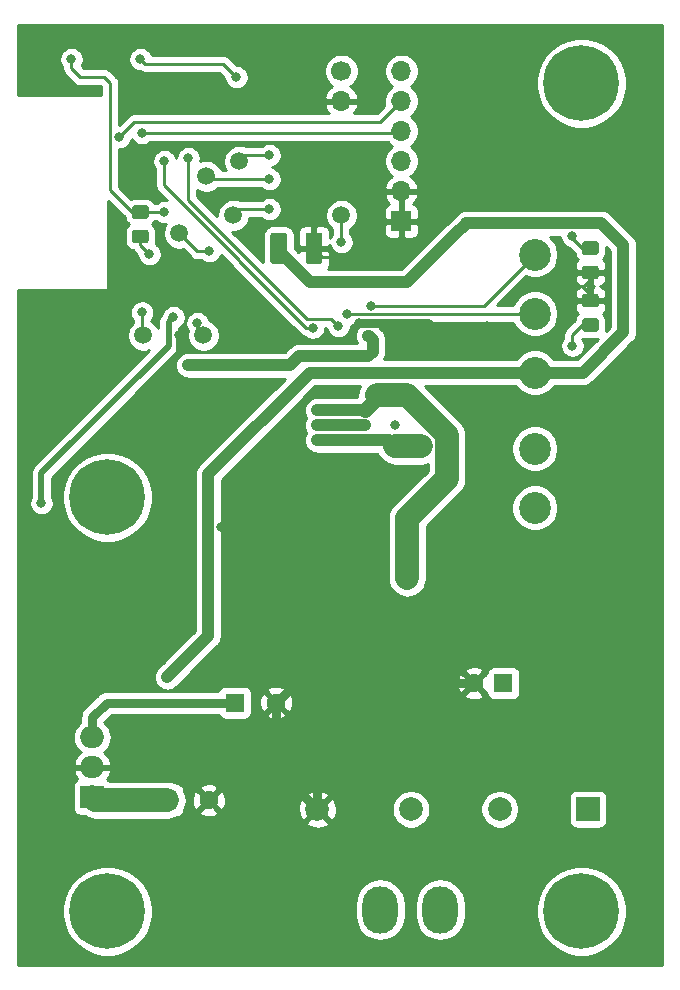
<source format=gbr>
G04 #@! TF.GenerationSoftware,KiCad,Pcbnew,(5.1.5)-3*
G04 #@! TF.CreationDate,2021-06-07T18:41:19+02:00*
G04 #@! TF.ProjectId,IotHenHouse,496f7448-656e-4486-9f75-73652e6b6963,rev?*
G04 #@! TF.SameCoordinates,Original*
G04 #@! TF.FileFunction,Copper,L2,Bot*
G04 #@! TF.FilePolarity,Positive*
%FSLAX46Y46*%
G04 Gerber Fmt 4.6, Leading zero omitted, Abs format (unit mm)*
G04 Created by KiCad (PCBNEW (5.1.5)-3) date 2021-06-07 18:41:19*
%MOMM*%
%LPD*%
G04 APERTURE LIST*
%ADD10O,3.000000X4.000000*%
%ADD11C,0.800000*%
%ADD12C,6.400000*%
%ADD13C,1.600000*%
%ADD14R,1.600000X1.600000*%
%ADD15C,0.100000*%
%ADD16O,1.700000X1.700000*%
%ADD17C,1.700000*%
%ADD18C,2.700000*%
%ADD19O,2.000000X1.905000*%
%ADD20R,2.000000X1.905000*%
%ADD21R,2.000000X2.000000*%
%ADD22C,2.000000*%
%ADD23C,1.500000*%
%ADD24R,1.700000X1.700000*%
%ADD25C,0.500000*%
%ADD26C,0.750000*%
%ADD27C,0.250000*%
%ADD28C,0.500000*%
%ADD29C,1.000000*%
%ADD30C,1.250000*%
%ADD31C,2.000000*%
%ADD32C,0.254000*%
G04 APERTURE END LIST*
D10*
X66294000Y-132461000D03*
X71374000Y-132461000D03*
D11*
X44877056Y-95838944D03*
X43180000Y-95136000D03*
X41482944Y-95838944D03*
X40780000Y-97536000D03*
X41482944Y-99233056D03*
X43180000Y-99936000D03*
X44877056Y-99233056D03*
X45580000Y-97536000D03*
D12*
X43180000Y-97536000D03*
D13*
X74208000Y-113284000D03*
D14*
X76708000Y-113284000D03*
D11*
X85009056Y-130890944D03*
X83312000Y-130188000D03*
X81614944Y-130890944D03*
X80912000Y-132588000D03*
X81614944Y-134285056D03*
X83312000Y-134988000D03*
X85009056Y-134285056D03*
X85712000Y-132588000D03*
D12*
X83312000Y-132588000D03*
D11*
X85009056Y-60786944D03*
X83312000Y-60084000D03*
X81614944Y-60786944D03*
X80912000Y-62484000D03*
X81614944Y-64181056D03*
X83312000Y-64884000D03*
X85009056Y-64181056D03*
X85712000Y-62484000D03*
D12*
X83312000Y-62484000D03*
D11*
X44877056Y-130890944D03*
X43180000Y-130188000D03*
X41482944Y-130890944D03*
X40780000Y-132588000D03*
X41482944Y-134285056D03*
X43180000Y-134988000D03*
X44877056Y-134285056D03*
X45580000Y-132588000D03*
D12*
X43180000Y-132588000D03*
G04 #@! TA.AperFunction,SMDPad,CuDef*
D15*
G36*
X84548505Y-77921204D02*
G01*
X84572773Y-77924804D01*
X84596572Y-77930765D01*
X84619671Y-77939030D01*
X84641850Y-77949520D01*
X84662893Y-77962132D01*
X84682599Y-77976747D01*
X84700777Y-77993223D01*
X84717253Y-78011401D01*
X84731868Y-78031107D01*
X84744480Y-78052150D01*
X84754970Y-78074329D01*
X84763235Y-78097428D01*
X84769196Y-78121227D01*
X84772796Y-78145495D01*
X84774000Y-78169999D01*
X84774000Y-78820001D01*
X84772796Y-78844505D01*
X84769196Y-78868773D01*
X84763235Y-78892572D01*
X84754970Y-78915671D01*
X84744480Y-78937850D01*
X84731868Y-78958893D01*
X84717253Y-78978599D01*
X84700777Y-78996777D01*
X84682599Y-79013253D01*
X84662893Y-79027868D01*
X84641850Y-79040480D01*
X84619671Y-79050970D01*
X84596572Y-79059235D01*
X84572773Y-79065196D01*
X84548505Y-79068796D01*
X84524001Y-79070000D01*
X83623999Y-79070000D01*
X83599495Y-79068796D01*
X83575227Y-79065196D01*
X83551428Y-79059235D01*
X83528329Y-79050970D01*
X83506150Y-79040480D01*
X83485107Y-79027868D01*
X83465401Y-79013253D01*
X83447223Y-78996777D01*
X83430747Y-78978599D01*
X83416132Y-78958893D01*
X83403520Y-78937850D01*
X83393030Y-78915671D01*
X83384765Y-78892572D01*
X83378804Y-78868773D01*
X83375204Y-78844505D01*
X83374000Y-78820001D01*
X83374000Y-78169999D01*
X83375204Y-78145495D01*
X83378804Y-78121227D01*
X83384765Y-78097428D01*
X83393030Y-78074329D01*
X83403520Y-78052150D01*
X83416132Y-78031107D01*
X83430747Y-78011401D01*
X83447223Y-77993223D01*
X83465401Y-77976747D01*
X83485107Y-77962132D01*
X83506150Y-77949520D01*
X83528329Y-77939030D01*
X83551428Y-77930765D01*
X83575227Y-77924804D01*
X83599495Y-77921204D01*
X83623999Y-77920000D01*
X84524001Y-77920000D01*
X84548505Y-77921204D01*
G37*
G04 #@! TD.AperFunction*
G04 #@! TA.AperFunction,SMDPad,CuDef*
G36*
X84548505Y-75871204D02*
G01*
X84572773Y-75874804D01*
X84596572Y-75880765D01*
X84619671Y-75889030D01*
X84641850Y-75899520D01*
X84662893Y-75912132D01*
X84682599Y-75926747D01*
X84700777Y-75943223D01*
X84717253Y-75961401D01*
X84731868Y-75981107D01*
X84744480Y-76002150D01*
X84754970Y-76024329D01*
X84763235Y-76047428D01*
X84769196Y-76071227D01*
X84772796Y-76095495D01*
X84774000Y-76119999D01*
X84774000Y-76770001D01*
X84772796Y-76794505D01*
X84769196Y-76818773D01*
X84763235Y-76842572D01*
X84754970Y-76865671D01*
X84744480Y-76887850D01*
X84731868Y-76908893D01*
X84717253Y-76928599D01*
X84700777Y-76946777D01*
X84682599Y-76963253D01*
X84662893Y-76977868D01*
X84641850Y-76990480D01*
X84619671Y-77000970D01*
X84596572Y-77009235D01*
X84572773Y-77015196D01*
X84548505Y-77018796D01*
X84524001Y-77020000D01*
X83623999Y-77020000D01*
X83599495Y-77018796D01*
X83575227Y-77015196D01*
X83551428Y-77009235D01*
X83528329Y-77000970D01*
X83506150Y-76990480D01*
X83485107Y-76977868D01*
X83465401Y-76963253D01*
X83447223Y-76946777D01*
X83430747Y-76928599D01*
X83416132Y-76908893D01*
X83403520Y-76887850D01*
X83393030Y-76865671D01*
X83384765Y-76842572D01*
X83378804Y-76818773D01*
X83375204Y-76794505D01*
X83374000Y-76770001D01*
X83374000Y-76119999D01*
X83375204Y-76095495D01*
X83378804Y-76071227D01*
X83384765Y-76047428D01*
X83393030Y-76024329D01*
X83403520Y-76002150D01*
X83416132Y-75981107D01*
X83430747Y-75961401D01*
X83447223Y-75943223D01*
X83465401Y-75926747D01*
X83485107Y-75912132D01*
X83506150Y-75899520D01*
X83528329Y-75889030D01*
X83551428Y-75880765D01*
X83575227Y-75874804D01*
X83599495Y-75871204D01*
X83623999Y-75870000D01*
X84524001Y-75870000D01*
X84548505Y-75871204D01*
G37*
G04 #@! TD.AperFunction*
G04 #@! TA.AperFunction,SMDPad,CuDef*
G36*
X84548505Y-80316204D02*
G01*
X84572773Y-80319804D01*
X84596572Y-80325765D01*
X84619671Y-80334030D01*
X84641850Y-80344520D01*
X84662893Y-80357132D01*
X84682599Y-80371747D01*
X84700777Y-80388223D01*
X84717253Y-80406401D01*
X84731868Y-80426107D01*
X84744480Y-80447150D01*
X84754970Y-80469329D01*
X84763235Y-80492428D01*
X84769196Y-80516227D01*
X84772796Y-80540495D01*
X84774000Y-80564999D01*
X84774000Y-81215001D01*
X84772796Y-81239505D01*
X84769196Y-81263773D01*
X84763235Y-81287572D01*
X84754970Y-81310671D01*
X84744480Y-81332850D01*
X84731868Y-81353893D01*
X84717253Y-81373599D01*
X84700777Y-81391777D01*
X84682599Y-81408253D01*
X84662893Y-81422868D01*
X84641850Y-81435480D01*
X84619671Y-81445970D01*
X84596572Y-81454235D01*
X84572773Y-81460196D01*
X84548505Y-81463796D01*
X84524001Y-81465000D01*
X83623999Y-81465000D01*
X83599495Y-81463796D01*
X83575227Y-81460196D01*
X83551428Y-81454235D01*
X83528329Y-81445970D01*
X83506150Y-81435480D01*
X83485107Y-81422868D01*
X83465401Y-81408253D01*
X83447223Y-81391777D01*
X83430747Y-81373599D01*
X83416132Y-81353893D01*
X83403520Y-81332850D01*
X83393030Y-81310671D01*
X83384765Y-81287572D01*
X83378804Y-81263773D01*
X83375204Y-81239505D01*
X83374000Y-81215001D01*
X83374000Y-80564999D01*
X83375204Y-80540495D01*
X83378804Y-80516227D01*
X83384765Y-80492428D01*
X83393030Y-80469329D01*
X83403520Y-80447150D01*
X83416132Y-80426107D01*
X83430747Y-80406401D01*
X83447223Y-80388223D01*
X83465401Y-80371747D01*
X83485107Y-80357132D01*
X83506150Y-80344520D01*
X83528329Y-80334030D01*
X83551428Y-80325765D01*
X83575227Y-80319804D01*
X83599495Y-80316204D01*
X83623999Y-80315000D01*
X84524001Y-80315000D01*
X84548505Y-80316204D01*
G37*
G04 #@! TD.AperFunction*
G04 #@! TA.AperFunction,SMDPad,CuDef*
G36*
X84548505Y-82366204D02*
G01*
X84572773Y-82369804D01*
X84596572Y-82375765D01*
X84619671Y-82384030D01*
X84641850Y-82394520D01*
X84662893Y-82407132D01*
X84682599Y-82421747D01*
X84700777Y-82438223D01*
X84717253Y-82456401D01*
X84731868Y-82476107D01*
X84744480Y-82497150D01*
X84754970Y-82519329D01*
X84763235Y-82542428D01*
X84769196Y-82566227D01*
X84772796Y-82590495D01*
X84774000Y-82614999D01*
X84774000Y-83265001D01*
X84772796Y-83289505D01*
X84769196Y-83313773D01*
X84763235Y-83337572D01*
X84754970Y-83360671D01*
X84744480Y-83382850D01*
X84731868Y-83403893D01*
X84717253Y-83423599D01*
X84700777Y-83441777D01*
X84682599Y-83458253D01*
X84662893Y-83472868D01*
X84641850Y-83485480D01*
X84619671Y-83495970D01*
X84596572Y-83504235D01*
X84572773Y-83510196D01*
X84548505Y-83513796D01*
X84524001Y-83515000D01*
X83623999Y-83515000D01*
X83599495Y-83513796D01*
X83575227Y-83510196D01*
X83551428Y-83504235D01*
X83528329Y-83495970D01*
X83506150Y-83485480D01*
X83485107Y-83472868D01*
X83465401Y-83458253D01*
X83447223Y-83441777D01*
X83430747Y-83423599D01*
X83416132Y-83403893D01*
X83403520Y-83382850D01*
X83393030Y-83360671D01*
X83384765Y-83337572D01*
X83378804Y-83313773D01*
X83375204Y-83289505D01*
X83374000Y-83265001D01*
X83374000Y-82614999D01*
X83375204Y-82590495D01*
X83378804Y-82566227D01*
X83384765Y-82542428D01*
X83393030Y-82519329D01*
X83403520Y-82497150D01*
X83416132Y-82476107D01*
X83430747Y-82456401D01*
X83447223Y-82438223D01*
X83465401Y-82421747D01*
X83485107Y-82407132D01*
X83506150Y-82394520D01*
X83528329Y-82384030D01*
X83551428Y-82375765D01*
X83575227Y-82369804D01*
X83599495Y-82366204D01*
X83623999Y-82365000D01*
X84524001Y-82365000D01*
X84548505Y-82366204D01*
G37*
G04 #@! TD.AperFunction*
D16*
X62992000Y-64008000D03*
D17*
X62992000Y-61468000D03*
D18*
X79375000Y-76995000D03*
X79375000Y-81995000D03*
X79375000Y-86995000D03*
D13*
X51760000Y-123190000D03*
D14*
X48260000Y-123190000D03*
D13*
X57475000Y-114935000D03*
D14*
X53975000Y-114935000D03*
D19*
X41910000Y-117856000D03*
X41910000Y-120396000D03*
D20*
X41910000Y-122936000D03*
D21*
X83883500Y-123952000D03*
D22*
X68883500Y-123952000D03*
X76390500Y-123952000D03*
X60960000Y-123952000D03*
D23*
X51308000Y-83820000D03*
X49276000Y-75184000D03*
X54356000Y-69088000D03*
X51562000Y-70358000D03*
X53848000Y-73660000D03*
X62992000Y-73660000D03*
X46228000Y-83820000D03*
G04 #@! TA.AperFunction,SMDPad,CuDef*
D15*
G36*
X46448505Y-74873204D02*
G01*
X46472773Y-74876804D01*
X46496572Y-74882765D01*
X46519671Y-74891030D01*
X46541850Y-74901520D01*
X46562893Y-74914132D01*
X46582599Y-74928747D01*
X46600777Y-74945223D01*
X46617253Y-74963401D01*
X46631868Y-74983107D01*
X46644480Y-75004150D01*
X46654970Y-75026329D01*
X46663235Y-75049428D01*
X46669196Y-75073227D01*
X46672796Y-75097495D01*
X46674000Y-75121999D01*
X46674000Y-75772001D01*
X46672796Y-75796505D01*
X46669196Y-75820773D01*
X46663235Y-75844572D01*
X46654970Y-75867671D01*
X46644480Y-75889850D01*
X46631868Y-75910893D01*
X46617253Y-75930599D01*
X46600777Y-75948777D01*
X46582599Y-75965253D01*
X46562893Y-75979868D01*
X46541850Y-75992480D01*
X46519671Y-76002970D01*
X46496572Y-76011235D01*
X46472773Y-76017196D01*
X46448505Y-76020796D01*
X46424001Y-76022000D01*
X45523999Y-76022000D01*
X45499495Y-76020796D01*
X45475227Y-76017196D01*
X45451428Y-76011235D01*
X45428329Y-76002970D01*
X45406150Y-75992480D01*
X45385107Y-75979868D01*
X45365401Y-75965253D01*
X45347223Y-75948777D01*
X45330747Y-75930599D01*
X45316132Y-75910893D01*
X45303520Y-75889850D01*
X45293030Y-75867671D01*
X45284765Y-75844572D01*
X45278804Y-75820773D01*
X45275204Y-75796505D01*
X45274000Y-75772001D01*
X45274000Y-75121999D01*
X45275204Y-75097495D01*
X45278804Y-75073227D01*
X45284765Y-75049428D01*
X45293030Y-75026329D01*
X45303520Y-75004150D01*
X45316132Y-74983107D01*
X45330747Y-74963401D01*
X45347223Y-74945223D01*
X45365401Y-74928747D01*
X45385107Y-74914132D01*
X45406150Y-74901520D01*
X45428329Y-74891030D01*
X45451428Y-74882765D01*
X45475227Y-74876804D01*
X45499495Y-74873204D01*
X45523999Y-74872000D01*
X46424001Y-74872000D01*
X46448505Y-74873204D01*
G37*
G04 #@! TD.AperFunction*
G04 #@! TA.AperFunction,SMDPad,CuDef*
G36*
X46448505Y-72823204D02*
G01*
X46472773Y-72826804D01*
X46496572Y-72832765D01*
X46519671Y-72841030D01*
X46541850Y-72851520D01*
X46562893Y-72864132D01*
X46582599Y-72878747D01*
X46600777Y-72895223D01*
X46617253Y-72913401D01*
X46631868Y-72933107D01*
X46644480Y-72954150D01*
X46654970Y-72976329D01*
X46663235Y-72999428D01*
X46669196Y-73023227D01*
X46672796Y-73047495D01*
X46674000Y-73071999D01*
X46674000Y-73722001D01*
X46672796Y-73746505D01*
X46669196Y-73770773D01*
X46663235Y-73794572D01*
X46654970Y-73817671D01*
X46644480Y-73839850D01*
X46631868Y-73860893D01*
X46617253Y-73880599D01*
X46600777Y-73898777D01*
X46582599Y-73915253D01*
X46562893Y-73929868D01*
X46541850Y-73942480D01*
X46519671Y-73952970D01*
X46496572Y-73961235D01*
X46472773Y-73967196D01*
X46448505Y-73970796D01*
X46424001Y-73972000D01*
X45523999Y-73972000D01*
X45499495Y-73970796D01*
X45475227Y-73967196D01*
X45451428Y-73961235D01*
X45428329Y-73952970D01*
X45406150Y-73942480D01*
X45385107Y-73929868D01*
X45365401Y-73915253D01*
X45347223Y-73898777D01*
X45330747Y-73880599D01*
X45316132Y-73860893D01*
X45303520Y-73839850D01*
X45293030Y-73817671D01*
X45284765Y-73794572D01*
X45278804Y-73770773D01*
X45275204Y-73746505D01*
X45274000Y-73722001D01*
X45274000Y-73071999D01*
X45275204Y-73047495D01*
X45278804Y-73023227D01*
X45284765Y-72999428D01*
X45293030Y-72976329D01*
X45303520Y-72954150D01*
X45316132Y-72933107D01*
X45330747Y-72913401D01*
X45347223Y-72895223D01*
X45365401Y-72878747D01*
X45385107Y-72864132D01*
X45406150Y-72851520D01*
X45428329Y-72841030D01*
X45451428Y-72832765D01*
X45475227Y-72826804D01*
X45499495Y-72823204D01*
X45523999Y-72822000D01*
X46424001Y-72822000D01*
X46448505Y-72823204D01*
G37*
G04 #@! TD.AperFunction*
D18*
X79375000Y-93425000D03*
X79375000Y-98425000D03*
D16*
X68072000Y-61468000D03*
X68072000Y-64008000D03*
X68072000Y-66548000D03*
X68072000Y-69088000D03*
X68072000Y-71628000D03*
D24*
X68072000Y-74168000D03*
G04 #@! TA.AperFunction,SMDPad,CuDef*
D15*
G36*
X61156504Y-75130204D02*
G01*
X61180773Y-75133804D01*
X61204571Y-75139765D01*
X61227671Y-75148030D01*
X61249849Y-75158520D01*
X61270893Y-75171133D01*
X61290598Y-75185747D01*
X61308777Y-75202223D01*
X61325253Y-75220402D01*
X61339867Y-75240107D01*
X61352480Y-75261151D01*
X61362970Y-75283329D01*
X61371235Y-75306429D01*
X61377196Y-75330227D01*
X61380796Y-75354496D01*
X61382000Y-75379000D01*
X61382000Y-77529000D01*
X61380796Y-77553504D01*
X61377196Y-77577773D01*
X61371235Y-77601571D01*
X61362970Y-77624671D01*
X61352480Y-77646849D01*
X61339867Y-77667893D01*
X61325253Y-77687598D01*
X61308777Y-77705777D01*
X61290598Y-77722253D01*
X61270893Y-77736867D01*
X61249849Y-77749480D01*
X61227671Y-77759970D01*
X61204571Y-77768235D01*
X61180773Y-77774196D01*
X61156504Y-77777796D01*
X61132000Y-77779000D01*
X60207000Y-77779000D01*
X60182496Y-77777796D01*
X60158227Y-77774196D01*
X60134429Y-77768235D01*
X60111329Y-77759970D01*
X60089151Y-77749480D01*
X60068107Y-77736867D01*
X60048402Y-77722253D01*
X60030223Y-77705777D01*
X60013747Y-77687598D01*
X59999133Y-77667893D01*
X59986520Y-77646849D01*
X59976030Y-77624671D01*
X59967765Y-77601571D01*
X59961804Y-77577773D01*
X59958204Y-77553504D01*
X59957000Y-77529000D01*
X59957000Y-75379000D01*
X59958204Y-75354496D01*
X59961804Y-75330227D01*
X59967765Y-75306429D01*
X59976030Y-75283329D01*
X59986520Y-75261151D01*
X59999133Y-75240107D01*
X60013747Y-75220402D01*
X60030223Y-75202223D01*
X60048402Y-75185747D01*
X60068107Y-75171133D01*
X60089151Y-75158520D01*
X60111329Y-75148030D01*
X60134429Y-75139765D01*
X60158227Y-75133804D01*
X60182496Y-75130204D01*
X60207000Y-75129000D01*
X61132000Y-75129000D01*
X61156504Y-75130204D01*
G37*
G04 #@! TD.AperFunction*
G04 #@! TA.AperFunction,SMDPad,CuDef*
G36*
X58181504Y-75130204D02*
G01*
X58205773Y-75133804D01*
X58229571Y-75139765D01*
X58252671Y-75148030D01*
X58274849Y-75158520D01*
X58295893Y-75171133D01*
X58315598Y-75185747D01*
X58333777Y-75202223D01*
X58350253Y-75220402D01*
X58364867Y-75240107D01*
X58377480Y-75261151D01*
X58387970Y-75283329D01*
X58396235Y-75306429D01*
X58402196Y-75330227D01*
X58405796Y-75354496D01*
X58407000Y-75379000D01*
X58407000Y-77529000D01*
X58405796Y-77553504D01*
X58402196Y-77577773D01*
X58396235Y-77601571D01*
X58387970Y-77624671D01*
X58377480Y-77646849D01*
X58364867Y-77667893D01*
X58350253Y-77687598D01*
X58333777Y-77705777D01*
X58315598Y-77722253D01*
X58295893Y-77736867D01*
X58274849Y-77749480D01*
X58252671Y-77759970D01*
X58229571Y-77768235D01*
X58205773Y-77774196D01*
X58181504Y-77777796D01*
X58157000Y-77779000D01*
X57232000Y-77779000D01*
X57207496Y-77777796D01*
X57183227Y-77774196D01*
X57159429Y-77768235D01*
X57136329Y-77759970D01*
X57114151Y-77749480D01*
X57093107Y-77736867D01*
X57073402Y-77722253D01*
X57055223Y-77705777D01*
X57038747Y-77687598D01*
X57024133Y-77667893D01*
X57011520Y-77646849D01*
X57001030Y-77624671D01*
X56992765Y-77601571D01*
X56986804Y-77577773D01*
X56983204Y-77553504D01*
X56982000Y-77529000D01*
X56982000Y-75379000D01*
X56983204Y-75354496D01*
X56986804Y-75330227D01*
X56992765Y-75306429D01*
X57001030Y-75283329D01*
X57011520Y-75261151D01*
X57024133Y-75240107D01*
X57038747Y-75220402D01*
X57055223Y-75202223D01*
X57073402Y-75185747D01*
X57093107Y-75171133D01*
X57114151Y-75158520D01*
X57136329Y-75148030D01*
X57159429Y-75139765D01*
X57183227Y-75133804D01*
X57207496Y-75130204D01*
X57232000Y-75129000D01*
X58157000Y-75129000D01*
X58181504Y-75130204D01*
G37*
G04 #@! TD.AperFunction*
D11*
X64516000Y-82804000D03*
X70564500Y-83010500D03*
X65913000Y-76581000D03*
X82042000Y-79629000D03*
X49276000Y-83820000D03*
X37465000Y-59944000D03*
X74549000Y-61468000D03*
X61593391Y-120521391D03*
X61849000Y-111252000D03*
X68580000Y-115824000D03*
X68072000Y-108204000D03*
X75311000Y-83058000D03*
X47244000Y-93980000D03*
X56388000Y-102616000D03*
X52821750Y-100086250D03*
X82804000Y-98552000D03*
X76200000Y-95504000D03*
X65024000Y-90170000D03*
X60960000Y-90170000D03*
X65985000Y-88900000D03*
X68485000Y-104489000D03*
X68485000Y-102965000D03*
X68485000Y-101441000D03*
X65267000Y-83809000D03*
X65267000Y-85609000D03*
X50038000Y-86360000D03*
X51562000Y-86360000D03*
X60345000Y-79355000D03*
X40132000Y-60452000D03*
X48768000Y-82296000D03*
X48260000Y-112776000D03*
X61615000Y-79355000D03*
X73593960Y-74320400D03*
X48006000Y-73406000D03*
X37592000Y-98044000D03*
X49784000Y-111252000D03*
D25*
X65405000Y-133477000D03*
X66294000Y-133477000D03*
X67056000Y-133477000D03*
X67056000Y-132715000D03*
X66294000Y-132715000D03*
X65405000Y-132715000D03*
X65405000Y-131953000D03*
X66294000Y-131953000D03*
X67056000Y-131953000D03*
X65405000Y-131191000D03*
X66294000Y-131191000D03*
X67056000Y-131191000D03*
X70485000Y-133477000D03*
X71247000Y-133477000D03*
X72009000Y-133477000D03*
X72009000Y-132715000D03*
X71247000Y-132715000D03*
X70485000Y-132715000D03*
X70485000Y-131953000D03*
X71247000Y-131953000D03*
X72009000Y-131953000D03*
X71247000Y-131191000D03*
X70485000Y-131191000D03*
X72009000Y-131191000D03*
D11*
X65024000Y-92710000D03*
X60960000Y-92710000D03*
X67564000Y-93218000D03*
X69723000Y-93218000D03*
X45974000Y-60452000D03*
X54102000Y-61976000D03*
X65024000Y-91440000D03*
X60960000Y-91440000D03*
X67564000Y-91440000D03*
X44196000Y-67056000D03*
X46125000Y-66699000D03*
X46736000Y-76962000D03*
X63500000Y-82042000D03*
X65486000Y-81326000D03*
X46125000Y-81891000D03*
X62992000Y-75946000D03*
X56896000Y-73152000D03*
X56896000Y-70612000D03*
X56896000Y-68580000D03*
X51816000Y-76708000D03*
X50800000Y-82804000D03*
X62738000Y-83058000D03*
X50038000Y-68834000D03*
X60579000Y-83185000D03*
X48006000Y-69088000D03*
X82550000Y-84709000D03*
X82550000Y-75438000D03*
D26*
X70358000Y-82804000D02*
X70564500Y-83010500D01*
X64516000Y-82804000D02*
X70358000Y-82804000D01*
D27*
X61382000Y-77166500D02*
X65327500Y-77166500D01*
X60669500Y-76454000D02*
X61382000Y-77166500D01*
X65327500Y-77166500D02*
X65913000Y-76581000D01*
X65913000Y-76581000D02*
X66040000Y-76454000D01*
X82607685Y-79629000D02*
X82042000Y-79629000D01*
X83515000Y-79629000D02*
X82607685Y-79629000D01*
X84074000Y-79070000D02*
X83515000Y-79629000D01*
X84074000Y-78495000D02*
X84074000Y-79070000D01*
X84074000Y-80315000D02*
X84074000Y-80890000D01*
X83388000Y-79629000D02*
X84074000Y-80315000D01*
X82042000Y-79629000D02*
X83388000Y-79629000D01*
D26*
X74208000Y-113284000D02*
X68072000Y-113284000D01*
X60960000Y-120396000D02*
X60960000Y-123952000D01*
X68072000Y-113284000D02*
X60960000Y-120396000D01*
X57475000Y-120467000D02*
X60960000Y-123952000D01*
X57475000Y-114935000D02*
X57475000Y-120467000D01*
X68580000Y-113792000D02*
X68072000Y-113284000D01*
X68580000Y-115824000D02*
X68580000Y-113792000D01*
X68072000Y-108204000D02*
X68072000Y-113284000D01*
X61158000Y-111252000D02*
X57475000Y-114935000D01*
X61849000Y-111252000D02*
X61158000Y-111252000D01*
D28*
X49276000Y-85355998D02*
X45720000Y-88911998D01*
X49276000Y-83820000D02*
X49276000Y-85355998D01*
X45720000Y-88911998D02*
X45720000Y-92456000D01*
X45720000Y-92456000D02*
X47244000Y-93980000D01*
X47244000Y-93980000D02*
X47244000Y-93980000D01*
D29*
X60960000Y-120453685D02*
X60960000Y-120396000D01*
X61027706Y-120521391D02*
X60960000Y-120453685D01*
X61593391Y-120521391D02*
X61027706Y-120521391D01*
X65024000Y-90170000D02*
X60960000Y-90170000D01*
D30*
X65985000Y-89153990D02*
X65024000Y-90114990D01*
X65985000Y-88900000D02*
X65985000Y-89153990D01*
D31*
X68580000Y-99314000D02*
X68580000Y-104394000D01*
X71923010Y-92306727D02*
X71923010Y-95970990D01*
X68516283Y-88900000D02*
X71923010Y-92306727D01*
X71923010Y-95970990D02*
X68580000Y-99314000D01*
X65985000Y-88900000D02*
X68516283Y-88900000D01*
X42164000Y-123190000D02*
X41910000Y-122936000D01*
X48260000Y-123190000D02*
X42164000Y-123190000D01*
D26*
X41910000Y-116153500D02*
X41910000Y-117856000D01*
X43128500Y-114935000D02*
X41910000Y-116153500D01*
X53975000Y-114935000D02*
X43128500Y-114935000D01*
D29*
X50038000Y-86360000D02*
X58674000Y-86360000D01*
X59425000Y-85609000D02*
X65267000Y-85609000D01*
X58674000Y-86360000D02*
X59425000Y-85609000D01*
X65666999Y-84208999D02*
X65337010Y-83879010D01*
X65337010Y-83879010D02*
X65267000Y-83879010D01*
X65267000Y-85609000D02*
X65666999Y-85209001D01*
X65666999Y-85209001D02*
X65666999Y-84208999D01*
D27*
X45974000Y-73397000D02*
X46674000Y-73397000D01*
D26*
X60345000Y-79355000D02*
X61615000Y-79355000D01*
X83439000Y-86995000D02*
X79375000Y-86995000D01*
D27*
X40132000Y-61214000D02*
X40894000Y-61976000D01*
X40132000Y-60452000D02*
X40132000Y-61214000D01*
X40894000Y-61976000D02*
X42926000Y-61976000D01*
X42926000Y-61976000D02*
X43434000Y-62484000D01*
X45983000Y-73406000D02*
X45974000Y-73397000D01*
X48006000Y-73406000D02*
X45983000Y-73406000D01*
X45274000Y-73397000D02*
X45974000Y-73397000D01*
X43434000Y-71557000D02*
X45274000Y-73397000D01*
X43434000Y-62484000D02*
X43434000Y-71557000D01*
D28*
X48368001Y-82695999D02*
X48368001Y-84727999D01*
X48768000Y-82296000D02*
X48368001Y-82695999D01*
X48368001Y-84727999D02*
X37592000Y-95504000D01*
X37592000Y-98044000D02*
X37592000Y-98044000D01*
X37592000Y-95504000D02*
X37592000Y-98044000D01*
D29*
X57694500Y-76704500D02*
X60345000Y-79355000D01*
X57694500Y-76454000D02*
X57694500Y-76704500D01*
X60345000Y-79355000D02*
X67965000Y-79355000D01*
D26*
X61615000Y-79355000D02*
X68072000Y-79248000D01*
D29*
X68530685Y-79355000D02*
X67965000Y-79355000D01*
X72517000Y-75368685D02*
X68530685Y-79355000D01*
X85005999Y-74337999D02*
X86868000Y-76200000D01*
X73547686Y-74337999D02*
X85005999Y-74337999D01*
X86868000Y-83566000D02*
X83439000Y-86995000D01*
X86868000Y-76200000D02*
X86868000Y-83566000D01*
X83439000Y-86995000D02*
X60325000Y-86995000D01*
X51721749Y-109314251D02*
X49784000Y-111252000D01*
X48659999Y-112376001D02*
X48260000Y-112776000D01*
X51721749Y-95598251D02*
X51721749Y-109314251D01*
X60325000Y-86995000D02*
X51721749Y-95598251D01*
X49784000Y-111252000D02*
X48659999Y-112376001D01*
X72545675Y-75368685D02*
X72517000Y-75368685D01*
X73593960Y-74320400D02*
X72545675Y-75368685D01*
X65024000Y-92710000D02*
X60960000Y-92710000D01*
D31*
X67564000Y-93218000D02*
X69723000Y-93218000D01*
D29*
X67056000Y-92710000D02*
X67564000Y-93218000D01*
X65024000Y-92710000D02*
X67056000Y-92710000D01*
D31*
X69723000Y-93218000D02*
X69723000Y-93218000D01*
D27*
X46373999Y-60851999D02*
X52977999Y-60851999D01*
X45974000Y-60452000D02*
X46373999Y-60851999D01*
X52977999Y-60851999D02*
X54102000Y-61976000D01*
X54102000Y-61976000D02*
X54102000Y-61976000D01*
D29*
X60960000Y-91440000D02*
X65024000Y-91440000D01*
D27*
X44196000Y-67056000D02*
X45466000Y-65786000D01*
X66294000Y-65786000D02*
X68072000Y-64008000D01*
X45466000Y-65786000D02*
X66294000Y-65786000D01*
X67921000Y-66699000D02*
X68072000Y-66548000D01*
X46125000Y-66699000D02*
X67921000Y-66699000D01*
X45974000Y-75447000D02*
X45974000Y-76200000D01*
X45974000Y-76200000D02*
X46736000Y-76962000D01*
X46736000Y-76962000D02*
X46736000Y-76962000D01*
X79422000Y-82042000D02*
X79375000Y-81995000D01*
X77465812Y-81995000D02*
X79375000Y-81995000D01*
X64074686Y-82051001D02*
X77409811Y-82051001D01*
X64065685Y-82042000D02*
X64074686Y-82051001D01*
X77409811Y-82051001D02*
X77465812Y-81995000D01*
X63500000Y-82042000D02*
X64065685Y-82042000D01*
X75044000Y-81326000D02*
X79375000Y-76995000D01*
X65486000Y-81326000D02*
X75044000Y-81326000D01*
X46125000Y-83717000D02*
X46228000Y-83820000D01*
X46125000Y-81891000D02*
X46125000Y-83717000D01*
X62992000Y-75946000D02*
X62992000Y-73660000D01*
X54356000Y-73152000D02*
X53848000Y-73660000D01*
X56896000Y-73152000D02*
X54356000Y-73152000D01*
X51816000Y-70612000D02*
X51562000Y-70358000D01*
X56896000Y-70612000D02*
X51816000Y-70612000D01*
X54864000Y-68580000D02*
X54356000Y-69088000D01*
X56896000Y-68580000D02*
X54864000Y-68580000D01*
X50800000Y-76708000D02*
X49276000Y-75184000D01*
X51816000Y-76708000D02*
X50800000Y-76708000D01*
X50800000Y-83312000D02*
X51308000Y-83820000D01*
X50800000Y-82804000D02*
X50800000Y-83312000D01*
X62139999Y-82459999D02*
X61123999Y-82459999D01*
X62738000Y-83058000D02*
X62139999Y-82459999D01*
X61123999Y-82459999D02*
X60107999Y-82459999D01*
X60107999Y-82459999D02*
X50038000Y-72390000D01*
X50038000Y-72390000D02*
X50038000Y-68834000D01*
X50038000Y-68834000D02*
X50038000Y-68580000D01*
X60013315Y-83185000D02*
X54356000Y-77527685D01*
X60579000Y-83185000D02*
X60013315Y-83185000D01*
X54356000Y-77527685D02*
X54356000Y-77470000D01*
X48006000Y-71120000D02*
X48006000Y-69088000D01*
X54356000Y-77470000D02*
X48006000Y-71120000D01*
X48006000Y-69088000D02*
X48006000Y-69088000D01*
X83374000Y-82940000D02*
X82550000Y-83764000D01*
X84074000Y-82940000D02*
X83374000Y-82940000D01*
X82550000Y-83764000D02*
X82550000Y-84709000D01*
X82550000Y-84709000D02*
X82550000Y-84709000D01*
X83374000Y-76445000D02*
X82550000Y-75621000D01*
X84074000Y-76445000D02*
X83374000Y-76445000D01*
X82550000Y-75621000D02*
X82550000Y-75438000D01*
X82550000Y-75438000D02*
X82550000Y-75438000D01*
D32*
G36*
X90145001Y-74262581D02*
G01*
X90145000Y-137135000D01*
X35585000Y-137135000D01*
X35585000Y-132210285D01*
X39345000Y-132210285D01*
X39345000Y-132965715D01*
X39492377Y-133706628D01*
X39781467Y-134404554D01*
X40201161Y-135032670D01*
X40735330Y-135566839D01*
X41363446Y-135986533D01*
X42061372Y-136275623D01*
X42802285Y-136423000D01*
X43557715Y-136423000D01*
X44298628Y-136275623D01*
X44996554Y-135986533D01*
X45624670Y-135566839D01*
X46158839Y-135032670D01*
X46578533Y-134404554D01*
X46867623Y-133706628D01*
X47015000Y-132965715D01*
X47015000Y-132210285D01*
X46944552Y-131856119D01*
X64159000Y-131856119D01*
X64159000Y-133065882D01*
X64189892Y-133379533D01*
X64311974Y-133781982D01*
X64510224Y-134152881D01*
X64777024Y-134477977D01*
X65102120Y-134744777D01*
X65473019Y-134943026D01*
X65875468Y-135065108D01*
X66294000Y-135106330D01*
X66712533Y-135065108D01*
X67114982Y-134943026D01*
X67485881Y-134744777D01*
X67810977Y-134477977D01*
X68077777Y-134152881D01*
X68276026Y-133781981D01*
X68398108Y-133379532D01*
X68429000Y-133065881D01*
X68429000Y-131856119D01*
X69239000Y-131856119D01*
X69239000Y-133065882D01*
X69269892Y-133379533D01*
X69391974Y-133781982D01*
X69590224Y-134152881D01*
X69857024Y-134477977D01*
X70182120Y-134744777D01*
X70553019Y-134943026D01*
X70955468Y-135065108D01*
X71374000Y-135106330D01*
X71792533Y-135065108D01*
X72194982Y-134943026D01*
X72565881Y-134744777D01*
X72890977Y-134477977D01*
X73157777Y-134152881D01*
X73356026Y-133781981D01*
X73478108Y-133379532D01*
X73509000Y-133065881D01*
X73509000Y-132210285D01*
X79477000Y-132210285D01*
X79477000Y-132965715D01*
X79624377Y-133706628D01*
X79913467Y-134404554D01*
X80333161Y-135032670D01*
X80867330Y-135566839D01*
X81495446Y-135986533D01*
X82193372Y-136275623D01*
X82934285Y-136423000D01*
X83689715Y-136423000D01*
X84430628Y-136275623D01*
X85128554Y-135986533D01*
X85756670Y-135566839D01*
X86290839Y-135032670D01*
X86710533Y-134404554D01*
X86999623Y-133706628D01*
X87147000Y-132965715D01*
X87147000Y-132210285D01*
X86999623Y-131469372D01*
X86710533Y-130771446D01*
X86290839Y-130143330D01*
X85756670Y-129609161D01*
X85128554Y-129189467D01*
X84430628Y-128900377D01*
X83689715Y-128753000D01*
X82934285Y-128753000D01*
X82193372Y-128900377D01*
X81495446Y-129189467D01*
X80867330Y-129609161D01*
X80333161Y-130143330D01*
X79913467Y-130771446D01*
X79624377Y-131469372D01*
X79477000Y-132210285D01*
X73509000Y-132210285D01*
X73509000Y-131856118D01*
X73478108Y-131542467D01*
X73356026Y-131140018D01*
X73157777Y-130769119D01*
X72890977Y-130444023D01*
X72565881Y-130177223D01*
X72194981Y-129978974D01*
X71792532Y-129856892D01*
X71374000Y-129815670D01*
X70955467Y-129856892D01*
X70553018Y-129978974D01*
X70182119Y-130177223D01*
X69857023Y-130444023D01*
X69590223Y-130769119D01*
X69391974Y-131140019D01*
X69269892Y-131542468D01*
X69239000Y-131856119D01*
X68429000Y-131856119D01*
X68429000Y-131856118D01*
X68398108Y-131542467D01*
X68276026Y-131140018D01*
X68077777Y-130769119D01*
X67810977Y-130444023D01*
X67485881Y-130177223D01*
X67114981Y-129978974D01*
X66712532Y-129856892D01*
X66294000Y-129815670D01*
X65875467Y-129856892D01*
X65473018Y-129978974D01*
X65102119Y-130177223D01*
X64777023Y-130444023D01*
X64510223Y-130769119D01*
X64311974Y-131140019D01*
X64189892Y-131542468D01*
X64159000Y-131856119D01*
X46944552Y-131856119D01*
X46867623Y-131469372D01*
X46578533Y-130771446D01*
X46158839Y-130143330D01*
X45624670Y-129609161D01*
X44996554Y-129189467D01*
X44298628Y-128900377D01*
X43557715Y-128753000D01*
X42802285Y-128753000D01*
X42061372Y-128900377D01*
X41363446Y-129189467D01*
X40735330Y-129609161D01*
X40201161Y-130143330D01*
X39781467Y-130771446D01*
X39492377Y-131469372D01*
X39345000Y-132210285D01*
X35585000Y-132210285D01*
X35585000Y-125087413D01*
X60004192Y-125087413D01*
X60099956Y-125351814D01*
X60389571Y-125492704D01*
X60701108Y-125574384D01*
X61022595Y-125593718D01*
X61341675Y-125549961D01*
X61646088Y-125444795D01*
X61820044Y-125351814D01*
X61915808Y-125087413D01*
X60960000Y-124131605D01*
X60004192Y-125087413D01*
X35585000Y-125087413D01*
X35585000Y-122936000D01*
X40267089Y-122936000D01*
X40271928Y-122985130D01*
X40271928Y-123888500D01*
X40284188Y-124012982D01*
X40320498Y-124132680D01*
X40379463Y-124242994D01*
X40458815Y-124339685D01*
X40555506Y-124419037D01*
X40665820Y-124478002D01*
X40785518Y-124514312D01*
X40910000Y-124526572D01*
X41215352Y-124526572D01*
X41251248Y-124556031D01*
X41535285Y-124707852D01*
X41843484Y-124801343D01*
X42083678Y-124825000D01*
X42083680Y-124825000D01*
X42163999Y-124832911D01*
X42244319Y-124825000D01*
X48340322Y-124825000D01*
X48580516Y-124801343D01*
X48888715Y-124707852D01*
X49037973Y-124628072D01*
X49060000Y-124628072D01*
X49184482Y-124615812D01*
X49304180Y-124579502D01*
X49414494Y-124520537D01*
X49511185Y-124441185D01*
X49590537Y-124344494D01*
X49649502Y-124234180D01*
X49665117Y-124182702D01*
X50946903Y-124182702D01*
X51018486Y-124426671D01*
X51273996Y-124547571D01*
X51548184Y-124616300D01*
X51830512Y-124630217D01*
X52110130Y-124588787D01*
X52376292Y-124493603D01*
X52501514Y-124426671D01*
X52573097Y-124182702D01*
X52404990Y-124014595D01*
X59318282Y-124014595D01*
X59362039Y-124333675D01*
X59467205Y-124638088D01*
X59560186Y-124812044D01*
X59824587Y-124907808D01*
X60780395Y-123952000D01*
X61139605Y-123952000D01*
X62095413Y-124907808D01*
X62359814Y-124812044D01*
X62500704Y-124522429D01*
X62582384Y-124210892D01*
X62601718Y-123889405D01*
X62588219Y-123790967D01*
X67248500Y-123790967D01*
X67248500Y-124113033D01*
X67311332Y-124428912D01*
X67434582Y-124726463D01*
X67613513Y-124994252D01*
X67841248Y-125221987D01*
X68109037Y-125400918D01*
X68406588Y-125524168D01*
X68722467Y-125587000D01*
X69044533Y-125587000D01*
X69360412Y-125524168D01*
X69657963Y-125400918D01*
X69925752Y-125221987D01*
X70153487Y-124994252D01*
X70332418Y-124726463D01*
X70455668Y-124428912D01*
X70518500Y-124113033D01*
X70518500Y-123790967D01*
X74755500Y-123790967D01*
X74755500Y-124113033D01*
X74818332Y-124428912D01*
X74941582Y-124726463D01*
X75120513Y-124994252D01*
X75348248Y-125221987D01*
X75616037Y-125400918D01*
X75913588Y-125524168D01*
X76229467Y-125587000D01*
X76551533Y-125587000D01*
X76867412Y-125524168D01*
X77164963Y-125400918D01*
X77432752Y-125221987D01*
X77660487Y-124994252D01*
X77839418Y-124726463D01*
X77962668Y-124428912D01*
X78025500Y-124113033D01*
X78025500Y-123790967D01*
X77962668Y-123475088D01*
X77839418Y-123177537D01*
X77688719Y-122952000D01*
X82245428Y-122952000D01*
X82245428Y-124952000D01*
X82257688Y-125076482D01*
X82293998Y-125196180D01*
X82352963Y-125306494D01*
X82432315Y-125403185D01*
X82529006Y-125482537D01*
X82639320Y-125541502D01*
X82759018Y-125577812D01*
X82883500Y-125590072D01*
X84883500Y-125590072D01*
X85007982Y-125577812D01*
X85127680Y-125541502D01*
X85237994Y-125482537D01*
X85334685Y-125403185D01*
X85414037Y-125306494D01*
X85473002Y-125196180D01*
X85509312Y-125076482D01*
X85521572Y-124952000D01*
X85521572Y-122952000D01*
X85509312Y-122827518D01*
X85473002Y-122707820D01*
X85414037Y-122597506D01*
X85334685Y-122500815D01*
X85237994Y-122421463D01*
X85127680Y-122362498D01*
X85007982Y-122326188D01*
X84883500Y-122313928D01*
X82883500Y-122313928D01*
X82759018Y-122326188D01*
X82639320Y-122362498D01*
X82529006Y-122421463D01*
X82432315Y-122500815D01*
X82352963Y-122597506D01*
X82293998Y-122707820D01*
X82257688Y-122827518D01*
X82245428Y-122952000D01*
X77688719Y-122952000D01*
X77660487Y-122909748D01*
X77432752Y-122682013D01*
X77164963Y-122503082D01*
X76867412Y-122379832D01*
X76551533Y-122317000D01*
X76229467Y-122317000D01*
X75913588Y-122379832D01*
X75616037Y-122503082D01*
X75348248Y-122682013D01*
X75120513Y-122909748D01*
X74941582Y-123177537D01*
X74818332Y-123475088D01*
X74755500Y-123790967D01*
X70518500Y-123790967D01*
X70455668Y-123475088D01*
X70332418Y-123177537D01*
X70153487Y-122909748D01*
X69925752Y-122682013D01*
X69657963Y-122503082D01*
X69360412Y-122379832D01*
X69044533Y-122317000D01*
X68722467Y-122317000D01*
X68406588Y-122379832D01*
X68109037Y-122503082D01*
X67841248Y-122682013D01*
X67613513Y-122909748D01*
X67434582Y-123177537D01*
X67311332Y-123475088D01*
X67248500Y-123790967D01*
X62588219Y-123790967D01*
X62557961Y-123570325D01*
X62452795Y-123265912D01*
X62359814Y-123091956D01*
X62095413Y-122996192D01*
X61139605Y-123952000D01*
X60780395Y-123952000D01*
X59824587Y-122996192D01*
X59560186Y-123091956D01*
X59419296Y-123381571D01*
X59337616Y-123693108D01*
X59318282Y-124014595D01*
X52404990Y-124014595D01*
X51760000Y-123369605D01*
X50946903Y-124182702D01*
X49665117Y-124182702D01*
X49685812Y-124114482D01*
X49698072Y-123990000D01*
X49698072Y-123967973D01*
X49777852Y-123818715D01*
X49871343Y-123510516D01*
X49895966Y-123260512D01*
X50319783Y-123260512D01*
X50361213Y-123540130D01*
X50456397Y-123806292D01*
X50523329Y-123931514D01*
X50767298Y-124003097D01*
X51580395Y-123190000D01*
X51939605Y-123190000D01*
X52752702Y-124003097D01*
X52996671Y-123931514D01*
X53117571Y-123676004D01*
X53186300Y-123401816D01*
X53200217Y-123119488D01*
X53158787Y-122839870D01*
X53150461Y-122816587D01*
X60004192Y-122816587D01*
X60960000Y-123772395D01*
X61915808Y-122816587D01*
X61820044Y-122552186D01*
X61530429Y-122411296D01*
X61218892Y-122329616D01*
X60897405Y-122310282D01*
X60578325Y-122354039D01*
X60273912Y-122459205D01*
X60099956Y-122552186D01*
X60004192Y-122816587D01*
X53150461Y-122816587D01*
X53063603Y-122573708D01*
X52996671Y-122448486D01*
X52752702Y-122376903D01*
X51939605Y-123190000D01*
X51580395Y-123190000D01*
X50767298Y-122376903D01*
X50523329Y-122448486D01*
X50402429Y-122703996D01*
X50333700Y-122978184D01*
X50319783Y-123260512D01*
X49895966Y-123260512D01*
X49902911Y-123190000D01*
X49871343Y-122869484D01*
X49777852Y-122561285D01*
X49698072Y-122412027D01*
X49698072Y-122390000D01*
X49685812Y-122265518D01*
X49665118Y-122197298D01*
X50946903Y-122197298D01*
X51760000Y-123010395D01*
X52573097Y-122197298D01*
X52501514Y-121953329D01*
X52246004Y-121832429D01*
X51971816Y-121763700D01*
X51689488Y-121749783D01*
X51409870Y-121791213D01*
X51143708Y-121886397D01*
X51018486Y-121953329D01*
X50946903Y-122197298D01*
X49665118Y-122197298D01*
X49649502Y-122145820D01*
X49590537Y-122035506D01*
X49511185Y-121938815D01*
X49414494Y-121859463D01*
X49304180Y-121800498D01*
X49184482Y-121764188D01*
X49060000Y-121751928D01*
X49037973Y-121751928D01*
X48888715Y-121672148D01*
X48580516Y-121578657D01*
X48340322Y-121555000D01*
X43379802Y-121555000D01*
X43361185Y-121532315D01*
X43264494Y-121452963D01*
X43172781Y-121403941D01*
X43285969Y-121262923D01*
X43429571Y-120987094D01*
X43500563Y-120768980D01*
X43380594Y-120523000D01*
X42037000Y-120523000D01*
X42037000Y-120543000D01*
X41783000Y-120543000D01*
X41783000Y-120523000D01*
X40439406Y-120523000D01*
X40319437Y-120768980D01*
X40390429Y-120987094D01*
X40534031Y-121262923D01*
X40647219Y-121403941D01*
X40555506Y-121452963D01*
X40458815Y-121532315D01*
X40379463Y-121629006D01*
X40320498Y-121739320D01*
X40284188Y-121859018D01*
X40271928Y-121983500D01*
X40271928Y-122886870D01*
X40267089Y-122936000D01*
X35585000Y-122936000D01*
X35585000Y-117856000D01*
X40267319Y-117856000D01*
X40297970Y-118167204D01*
X40388745Y-118466449D01*
X40536155Y-118742235D01*
X40734537Y-118983963D01*
X40913899Y-119131163D01*
X40728685Y-119286563D01*
X40534031Y-119529077D01*
X40390429Y-119804906D01*
X40319437Y-120023020D01*
X40439406Y-120269000D01*
X41783000Y-120269000D01*
X41783000Y-120249000D01*
X42037000Y-120249000D01*
X42037000Y-120269000D01*
X43380594Y-120269000D01*
X43500563Y-120023020D01*
X43429571Y-119804906D01*
X43285969Y-119529077D01*
X43091315Y-119286563D01*
X42906101Y-119131163D01*
X43085463Y-118983963D01*
X43283845Y-118742235D01*
X43431255Y-118466449D01*
X43522030Y-118167204D01*
X43552681Y-117856000D01*
X43522030Y-117544796D01*
X43431255Y-117245551D01*
X43283845Y-116969765D01*
X43085463Y-116728037D01*
X42920000Y-116592244D01*
X42920000Y-116571855D01*
X43546855Y-115945000D01*
X52575130Y-115945000D01*
X52585498Y-115979180D01*
X52644463Y-116089494D01*
X52723815Y-116186185D01*
X52820506Y-116265537D01*
X52930820Y-116324502D01*
X53050518Y-116360812D01*
X53175000Y-116373072D01*
X54775000Y-116373072D01*
X54899482Y-116360812D01*
X55019180Y-116324502D01*
X55129494Y-116265537D01*
X55226185Y-116186185D01*
X55305537Y-116089494D01*
X55364502Y-115979180D01*
X55380117Y-115927702D01*
X56661903Y-115927702D01*
X56733486Y-116171671D01*
X56988996Y-116292571D01*
X57263184Y-116361300D01*
X57545512Y-116375217D01*
X57825130Y-116333787D01*
X58091292Y-116238603D01*
X58216514Y-116171671D01*
X58288097Y-115927702D01*
X57475000Y-115114605D01*
X56661903Y-115927702D01*
X55380117Y-115927702D01*
X55400812Y-115859482D01*
X55413072Y-115735000D01*
X55413072Y-115005512D01*
X56034783Y-115005512D01*
X56076213Y-115285130D01*
X56171397Y-115551292D01*
X56238329Y-115676514D01*
X56482298Y-115748097D01*
X57295395Y-114935000D01*
X57654605Y-114935000D01*
X58467702Y-115748097D01*
X58711671Y-115676514D01*
X58832571Y-115421004D01*
X58901300Y-115146816D01*
X58915217Y-114864488D01*
X58873787Y-114584870D01*
X58778603Y-114318708D01*
X58756151Y-114276702D01*
X73394903Y-114276702D01*
X73466486Y-114520671D01*
X73721996Y-114641571D01*
X73996184Y-114710300D01*
X74278512Y-114724217D01*
X74558130Y-114682787D01*
X74824292Y-114587603D01*
X74949514Y-114520671D01*
X75021097Y-114276702D01*
X74208000Y-113463605D01*
X73394903Y-114276702D01*
X58756151Y-114276702D01*
X58711671Y-114193486D01*
X58467702Y-114121903D01*
X57654605Y-114935000D01*
X57295395Y-114935000D01*
X56482298Y-114121903D01*
X56238329Y-114193486D01*
X56117429Y-114448996D01*
X56048700Y-114723184D01*
X56034783Y-115005512D01*
X55413072Y-115005512D01*
X55413072Y-114135000D01*
X55400812Y-114010518D01*
X55380118Y-113942298D01*
X56661903Y-113942298D01*
X57475000Y-114755395D01*
X58288097Y-113942298D01*
X58216514Y-113698329D01*
X57961004Y-113577429D01*
X57686816Y-113508700D01*
X57404488Y-113494783D01*
X57124870Y-113536213D01*
X56858708Y-113631397D01*
X56733486Y-113698329D01*
X56661903Y-113942298D01*
X55380118Y-113942298D01*
X55364502Y-113890820D01*
X55305537Y-113780506D01*
X55226185Y-113683815D01*
X55129494Y-113604463D01*
X55019180Y-113545498D01*
X54899482Y-113509188D01*
X54775000Y-113496928D01*
X53175000Y-113496928D01*
X53050518Y-113509188D01*
X52930820Y-113545498D01*
X52820506Y-113604463D01*
X52723815Y-113683815D01*
X52644463Y-113780506D01*
X52585498Y-113890820D01*
X52575130Y-113925000D01*
X43178104Y-113925000D01*
X43128499Y-113920114D01*
X43078894Y-113925000D01*
X43078892Y-113925000D01*
X42930506Y-113939615D01*
X42740120Y-113997368D01*
X42564660Y-114091153D01*
X42410867Y-114217367D01*
X42379239Y-114255906D01*
X41230906Y-115404239D01*
X41192367Y-115435867D01*
X41066153Y-115589660D01*
X40972369Y-115765120D01*
X40972368Y-115765121D01*
X40914615Y-115955506D01*
X40895114Y-116153500D01*
X40900000Y-116203108D01*
X40900000Y-116592244D01*
X40734537Y-116728037D01*
X40536155Y-116969765D01*
X40388745Y-117245551D01*
X40297970Y-117544796D01*
X40267319Y-117856000D01*
X35585000Y-117856000D01*
X35585000Y-97942061D01*
X36557000Y-97942061D01*
X36557000Y-98145939D01*
X36596774Y-98345898D01*
X36674795Y-98534256D01*
X36788063Y-98703774D01*
X36932226Y-98847937D01*
X37101744Y-98961205D01*
X37290102Y-99039226D01*
X37490061Y-99079000D01*
X37693939Y-99079000D01*
X37893898Y-99039226D01*
X38082256Y-98961205D01*
X38251774Y-98847937D01*
X38395937Y-98703774D01*
X38509205Y-98534256D01*
X38587226Y-98345898D01*
X38627000Y-98145939D01*
X38627000Y-97942061D01*
X38587226Y-97742102D01*
X38509205Y-97553744D01*
X38477000Y-97505546D01*
X38477000Y-97158285D01*
X39345000Y-97158285D01*
X39345000Y-97913715D01*
X39492377Y-98654628D01*
X39781467Y-99352554D01*
X40201161Y-99980670D01*
X40735330Y-100514839D01*
X41363446Y-100934533D01*
X42061372Y-101223623D01*
X42802285Y-101371000D01*
X43557715Y-101371000D01*
X44298628Y-101223623D01*
X44996554Y-100934533D01*
X45624670Y-100514839D01*
X46158839Y-99980670D01*
X46578533Y-99352554D01*
X46867623Y-98654628D01*
X47015000Y-97913715D01*
X47015000Y-97158285D01*
X46867623Y-96417372D01*
X46578533Y-95719446D01*
X46158839Y-95091330D01*
X45624670Y-94557161D01*
X44996554Y-94137467D01*
X44298628Y-93848377D01*
X43557715Y-93701000D01*
X42802285Y-93701000D01*
X42061372Y-93848377D01*
X41363446Y-94137467D01*
X40735330Y-94557161D01*
X40201161Y-95091330D01*
X39781467Y-95719446D01*
X39492377Y-96417372D01*
X39345000Y-97158285D01*
X38477000Y-97158285D01*
X38477000Y-95870578D01*
X48963050Y-85384529D01*
X48996818Y-85356816D01*
X49107412Y-85222058D01*
X49189590Y-85068312D01*
X49240196Y-84901489D01*
X49253001Y-84771476D01*
X49253001Y-84771468D01*
X49257282Y-84727999D01*
X49253001Y-84684530D01*
X49253001Y-83215382D01*
X49258256Y-83213205D01*
X49427774Y-83099937D01*
X49571937Y-82955774D01*
X49685205Y-82786256D01*
X49720079Y-82702061D01*
X49765000Y-82702061D01*
X49765000Y-82905939D01*
X49804774Y-83105898D01*
X49882795Y-83294256D01*
X49973455Y-83429938D01*
X49923000Y-83683589D01*
X49923000Y-83956411D01*
X49976225Y-84223989D01*
X50080629Y-84476043D01*
X50232201Y-84702886D01*
X50425114Y-84895799D01*
X50651957Y-85047371D01*
X50904011Y-85151775D01*
X51171589Y-85205000D01*
X51444411Y-85205000D01*
X51711989Y-85151775D01*
X51964043Y-85047371D01*
X52190886Y-84895799D01*
X52383799Y-84702886D01*
X52535371Y-84476043D01*
X52639775Y-84223989D01*
X52693000Y-83956411D01*
X52693000Y-83683589D01*
X52639775Y-83416011D01*
X52535371Y-83163957D01*
X52383799Y-82937114D01*
X52190886Y-82744201D01*
X51964043Y-82592629D01*
X51799692Y-82524553D01*
X51795226Y-82502102D01*
X51717205Y-82313744D01*
X51603937Y-82144226D01*
X51459774Y-82000063D01*
X51290256Y-81886795D01*
X51101898Y-81808774D01*
X50901939Y-81769000D01*
X50698061Y-81769000D01*
X50498102Y-81808774D01*
X50309744Y-81886795D01*
X50140226Y-82000063D01*
X49996063Y-82144226D01*
X49882795Y-82313744D01*
X49804774Y-82502102D01*
X49765000Y-82702061D01*
X49720079Y-82702061D01*
X49763226Y-82597898D01*
X49803000Y-82397939D01*
X49803000Y-82194061D01*
X49763226Y-81994102D01*
X49685205Y-81805744D01*
X49571937Y-81636226D01*
X49427774Y-81492063D01*
X49258256Y-81378795D01*
X49069898Y-81300774D01*
X48869939Y-81261000D01*
X48666061Y-81261000D01*
X48466102Y-81300774D01*
X48277744Y-81378795D01*
X48108226Y-81492063D01*
X47964063Y-81636226D01*
X47850795Y-81805744D01*
X47772774Y-81994102D01*
X47761955Y-82048494D01*
X47739184Y-82067182D01*
X47628590Y-82201941D01*
X47546412Y-82355687D01*
X47514769Y-82459998D01*
X47495806Y-82522509D01*
X47494846Y-82532256D01*
X47483001Y-82652523D01*
X47483001Y-82652530D01*
X47478720Y-82695999D01*
X47483001Y-82739468D01*
X47483001Y-83230662D01*
X47455371Y-83163957D01*
X47303799Y-82937114D01*
X47110886Y-82744201D01*
X46885865Y-82593846D01*
X46928937Y-82550774D01*
X47042205Y-82381256D01*
X47120226Y-82192898D01*
X47160000Y-81992939D01*
X47160000Y-81789061D01*
X47120226Y-81589102D01*
X47042205Y-81400744D01*
X46928937Y-81231226D01*
X46784774Y-81087063D01*
X46615256Y-80973795D01*
X46426898Y-80895774D01*
X46226939Y-80856000D01*
X46023061Y-80856000D01*
X45823102Y-80895774D01*
X45634744Y-80973795D01*
X45465226Y-81087063D01*
X45321063Y-81231226D01*
X45207795Y-81400744D01*
X45129774Y-81589102D01*
X45090000Y-81789061D01*
X45090000Y-81992939D01*
X45129774Y-82192898D01*
X45207795Y-82381256D01*
X45321063Y-82550774D01*
X45365000Y-82594711D01*
X45365000Y-82730913D01*
X45345114Y-82744201D01*
X45152201Y-82937114D01*
X45000629Y-83163957D01*
X44896225Y-83416011D01*
X44843000Y-83683589D01*
X44843000Y-83956411D01*
X44896225Y-84223989D01*
X45000629Y-84476043D01*
X45152201Y-84702886D01*
X45345114Y-84895799D01*
X45571957Y-85047371D01*
X45824011Y-85151775D01*
X46091589Y-85205000D01*
X46364411Y-85205000D01*
X46631989Y-85151775D01*
X46735537Y-85108884D01*
X36996956Y-94847466D01*
X36963183Y-94875183D01*
X36852589Y-95009942D01*
X36770411Y-95163688D01*
X36719805Y-95330511D01*
X36707000Y-95460524D01*
X36707000Y-95460531D01*
X36702719Y-95504000D01*
X36707000Y-95547469D01*
X36707001Y-97505545D01*
X36674795Y-97553744D01*
X36596774Y-97742102D01*
X36557000Y-97942061D01*
X35585000Y-97942061D01*
X35585000Y-80002000D01*
X43125000Y-80002000D01*
X43149776Y-79999560D01*
X43173601Y-79992333D01*
X43195557Y-79980597D01*
X43214803Y-79964803D01*
X43230597Y-79945557D01*
X43242333Y-79923601D01*
X43249560Y-79899776D01*
X43252000Y-79875000D01*
X43252000Y-72449801D01*
X44648135Y-73845936D01*
X44652992Y-73895255D01*
X44703528Y-74061851D01*
X44785595Y-74215387D01*
X44896038Y-74349962D01*
X44983816Y-74422000D01*
X44896038Y-74494038D01*
X44785595Y-74628613D01*
X44703528Y-74782149D01*
X44652992Y-74948745D01*
X44635928Y-75121999D01*
X44635928Y-75772001D01*
X44652992Y-75945255D01*
X44703528Y-76111851D01*
X44785595Y-76265387D01*
X44896038Y-76399962D01*
X45030613Y-76510405D01*
X45184149Y-76592472D01*
X45350745Y-76643008D01*
X45354720Y-76643400D01*
X45407737Y-76708000D01*
X45434000Y-76740001D01*
X45462998Y-76763799D01*
X45701000Y-77001801D01*
X45701000Y-77063939D01*
X45740774Y-77263898D01*
X45818795Y-77452256D01*
X45932063Y-77621774D01*
X46076226Y-77765937D01*
X46245744Y-77879205D01*
X46434102Y-77957226D01*
X46634061Y-77997000D01*
X46837939Y-77997000D01*
X47037898Y-77957226D01*
X47226256Y-77879205D01*
X47395774Y-77765937D01*
X47539937Y-77621774D01*
X47653205Y-77452256D01*
X47731226Y-77263898D01*
X47771000Y-77063939D01*
X47771000Y-76860061D01*
X47731226Y-76660102D01*
X47653205Y-76471744D01*
X47539937Y-76302226D01*
X47395774Y-76158063D01*
X47258315Y-76066216D01*
X47295008Y-75945255D01*
X47312072Y-75772001D01*
X47312072Y-75121999D01*
X47295008Y-74948745D01*
X47244472Y-74782149D01*
X47162405Y-74628613D01*
X47051962Y-74494038D01*
X46964184Y-74422000D01*
X47051962Y-74349962D01*
X47162405Y-74215387D01*
X47188803Y-74166000D01*
X47302289Y-74166000D01*
X47346226Y-74209937D01*
X47515744Y-74323205D01*
X47704102Y-74401226D01*
X47904061Y-74441000D01*
X48106732Y-74441000D01*
X48048629Y-74527957D01*
X47944225Y-74780011D01*
X47891000Y-75047589D01*
X47891000Y-75320411D01*
X47944225Y-75587989D01*
X48048629Y-75840043D01*
X48200201Y-76066886D01*
X48393114Y-76259799D01*
X48619957Y-76411371D01*
X48872011Y-76515775D01*
X49139589Y-76569000D01*
X49412411Y-76569000D01*
X49557365Y-76540167D01*
X50236205Y-77219008D01*
X50259999Y-77248001D01*
X50288992Y-77271795D01*
X50288996Y-77271799D01*
X50345996Y-77318577D01*
X50375724Y-77342974D01*
X50507753Y-77413546D01*
X50651014Y-77457003D01*
X50762667Y-77468000D01*
X50762676Y-77468000D01*
X50799999Y-77471676D01*
X50837322Y-77468000D01*
X51112289Y-77468000D01*
X51156226Y-77511937D01*
X51325744Y-77625205D01*
X51514102Y-77703226D01*
X51714061Y-77743000D01*
X51917939Y-77743000D01*
X52117898Y-77703226D01*
X52306256Y-77625205D01*
X52475774Y-77511937D01*
X52619937Y-77367774D01*
X52733205Y-77198256D01*
X52811226Y-77009898D01*
X52812864Y-77001665D01*
X53672645Y-77861447D01*
X53721026Y-77951961D01*
X53757989Y-77997000D01*
X53815999Y-78067686D01*
X53845003Y-78091489D01*
X59449516Y-83696003D01*
X59473314Y-83725001D01*
X59502312Y-83748799D01*
X59589039Y-83819974D01*
X59721068Y-83890546D01*
X59864276Y-83933987D01*
X59919226Y-83988937D01*
X60088744Y-84102205D01*
X60277102Y-84180226D01*
X60477061Y-84220000D01*
X60680939Y-84220000D01*
X60880898Y-84180226D01*
X61069256Y-84102205D01*
X61238774Y-83988937D01*
X61382937Y-83844774D01*
X61496205Y-83675256D01*
X61574226Y-83486898D01*
X61614000Y-83286939D01*
X61614000Y-83219999D01*
X61714947Y-83219999D01*
X61742774Y-83359898D01*
X61820795Y-83548256D01*
X61934063Y-83717774D01*
X62078226Y-83861937D01*
X62247744Y-83975205D01*
X62436102Y-84053226D01*
X62636061Y-84093000D01*
X62839939Y-84093000D01*
X63039898Y-84053226D01*
X63228256Y-83975205D01*
X63397774Y-83861937D01*
X63541937Y-83717774D01*
X63655205Y-83548256D01*
X63733226Y-83359898D01*
X63773000Y-83159939D01*
X63773000Y-83042974D01*
X63801898Y-83037226D01*
X63990256Y-82959205D01*
X64159774Y-82845937D01*
X64194710Y-82811001D01*
X64877802Y-82811001D01*
X64830553Y-82825334D01*
X64633377Y-82930726D01*
X64460551Y-83072561D01*
X64318716Y-83245387D01*
X64213324Y-83442563D01*
X64148423Y-83656511D01*
X64126509Y-83879010D01*
X64148423Y-84101509D01*
X64213324Y-84315457D01*
X64298066Y-84474000D01*
X59480741Y-84474000D01*
X59424999Y-84468510D01*
X59369257Y-84474000D01*
X59369248Y-84474000D01*
X59202501Y-84490423D01*
X58988553Y-84555324D01*
X58791377Y-84660716D01*
X58618551Y-84802551D01*
X58583004Y-84845865D01*
X58203869Y-85225000D01*
X49982248Y-85225000D01*
X49815501Y-85241423D01*
X49601553Y-85306324D01*
X49404377Y-85411716D01*
X49231551Y-85553551D01*
X49089716Y-85726377D01*
X48984324Y-85923553D01*
X48919423Y-86137501D01*
X48897509Y-86360000D01*
X48919423Y-86582499D01*
X48984324Y-86796447D01*
X49089716Y-86993623D01*
X49231551Y-87166449D01*
X49404377Y-87308284D01*
X49601553Y-87413676D01*
X49815501Y-87478577D01*
X49982248Y-87495000D01*
X58219868Y-87495000D01*
X50958614Y-94756255D01*
X50915300Y-94791802D01*
X50773465Y-94964628D01*
X50668074Y-95161804D01*
X50668073Y-95161805D01*
X50603172Y-95375753D01*
X50581258Y-95598251D01*
X50586749Y-95654002D01*
X50586750Y-108844118D01*
X49020861Y-110410008D01*
X49020856Y-110410012D01*
X47896856Y-111534013D01*
X47418012Y-112012857D01*
X47311717Y-112142378D01*
X47206324Y-112339554D01*
X47141423Y-112553502D01*
X47119509Y-112776000D01*
X47141423Y-112998498D01*
X47206324Y-113212446D01*
X47311717Y-113409622D01*
X47453552Y-113582448D01*
X47626378Y-113724283D01*
X47823554Y-113829676D01*
X48037502Y-113894577D01*
X48260000Y-113916491D01*
X48482498Y-113894577D01*
X48696446Y-113829676D01*
X48893622Y-113724283D01*
X49023143Y-113617988D01*
X49286619Y-113354512D01*
X72767783Y-113354512D01*
X72809213Y-113634130D01*
X72904397Y-113900292D01*
X72971329Y-114025514D01*
X73215298Y-114097097D01*
X74028395Y-113284000D01*
X74387605Y-113284000D01*
X75200702Y-114097097D01*
X75269928Y-114076785D01*
X75269928Y-114084000D01*
X75282188Y-114208482D01*
X75318498Y-114328180D01*
X75377463Y-114438494D01*
X75456815Y-114535185D01*
X75553506Y-114614537D01*
X75663820Y-114673502D01*
X75783518Y-114709812D01*
X75908000Y-114722072D01*
X77508000Y-114722072D01*
X77632482Y-114709812D01*
X77752180Y-114673502D01*
X77862494Y-114614537D01*
X77959185Y-114535185D01*
X78038537Y-114438494D01*
X78097502Y-114328180D01*
X78133812Y-114208482D01*
X78146072Y-114084000D01*
X78146072Y-112484000D01*
X78133812Y-112359518D01*
X78097502Y-112239820D01*
X78038537Y-112129506D01*
X77959185Y-112032815D01*
X77862494Y-111953463D01*
X77752180Y-111894498D01*
X77632482Y-111858188D01*
X77508000Y-111845928D01*
X75908000Y-111845928D01*
X75783518Y-111858188D01*
X75663820Y-111894498D01*
X75553506Y-111953463D01*
X75456815Y-112032815D01*
X75377463Y-112129506D01*
X75318498Y-112239820D01*
X75282188Y-112359518D01*
X75269928Y-112484000D01*
X75269928Y-112491215D01*
X75200702Y-112470903D01*
X74387605Y-113284000D01*
X74028395Y-113284000D01*
X73215298Y-112470903D01*
X72971329Y-112542486D01*
X72850429Y-112797996D01*
X72781700Y-113072184D01*
X72767783Y-113354512D01*
X49286619Y-113354512D01*
X49501987Y-113139144D01*
X50349833Y-112291298D01*
X73394903Y-112291298D01*
X74208000Y-113104395D01*
X75021097Y-112291298D01*
X74949514Y-112047329D01*
X74694004Y-111926429D01*
X74419816Y-111857700D01*
X74137488Y-111843783D01*
X73857870Y-111885213D01*
X73591708Y-111980397D01*
X73466486Y-112047329D01*
X73394903Y-112291298D01*
X50349833Y-112291298D01*
X50625988Y-112015144D01*
X50625992Y-112015139D01*
X52484890Y-110156242D01*
X52528198Y-110120700D01*
X52670033Y-109947874D01*
X52775425Y-109750698D01*
X52840326Y-109536750D01*
X52856749Y-109370003D01*
X52862240Y-109314251D01*
X52856749Y-109258500D01*
X52856749Y-96068382D01*
X60795132Y-88130000D01*
X64542666Y-88130000D01*
X64467148Y-88271285D01*
X64373657Y-88579484D01*
X64342089Y-88900000D01*
X64352399Y-89004682D01*
X64322082Y-89035000D01*
X60904248Y-89035000D01*
X60737501Y-89051423D01*
X60523553Y-89116324D01*
X60326377Y-89221716D01*
X60153551Y-89363551D01*
X60011716Y-89536377D01*
X59906324Y-89733553D01*
X59841423Y-89947501D01*
X59819509Y-90170000D01*
X59841423Y-90392499D01*
X59906324Y-90606447D01*
X60011716Y-90803623D01*
X60012846Y-90805000D01*
X60011716Y-90806377D01*
X59906324Y-91003553D01*
X59841423Y-91217501D01*
X59819509Y-91440000D01*
X59841423Y-91662499D01*
X59906324Y-91876447D01*
X60011716Y-92073623D01*
X60012846Y-92075000D01*
X60011716Y-92076377D01*
X59906324Y-92273553D01*
X59841423Y-92487501D01*
X59819509Y-92710000D01*
X59841423Y-92932499D01*
X59906324Y-93146447D01*
X60011716Y-93343623D01*
X60153551Y-93516449D01*
X60326377Y-93658284D01*
X60523553Y-93763676D01*
X60737501Y-93828577D01*
X60904248Y-93845000D01*
X66045628Y-93845000D01*
X66046148Y-93846715D01*
X66197969Y-94130752D01*
X66402286Y-94379714D01*
X66651248Y-94584031D01*
X66935285Y-94735852D01*
X67243484Y-94829343D01*
X67483678Y-94853000D01*
X69803322Y-94853000D01*
X70043516Y-94829343D01*
X70288011Y-94755176D01*
X70288011Y-95293750D01*
X67480687Y-98101075D01*
X67418286Y-98152286D01*
X67213969Y-98401249D01*
X67062148Y-98685286D01*
X66968657Y-98993485D01*
X66945000Y-99233678D01*
X66937089Y-99314000D01*
X66945000Y-99394320D01*
X66945001Y-104474322D01*
X66968658Y-104714516D01*
X67062149Y-105022715D01*
X67213970Y-105306752D01*
X67418287Y-105555714D01*
X67667249Y-105760031D01*
X67951286Y-105911852D01*
X68259485Y-106005343D01*
X68580000Y-106036911D01*
X68900516Y-106005343D01*
X69208715Y-105911852D01*
X69492752Y-105760031D01*
X69741714Y-105555714D01*
X69946031Y-105306752D01*
X70097852Y-105022715D01*
X70191343Y-104714516D01*
X70215000Y-104474322D01*
X70215000Y-99991238D01*
X71976743Y-98229495D01*
X77390000Y-98229495D01*
X77390000Y-98620505D01*
X77466282Y-99004003D01*
X77615915Y-99365250D01*
X77833149Y-99690364D01*
X78109636Y-99966851D01*
X78434750Y-100184085D01*
X78795997Y-100333718D01*
X79179495Y-100410000D01*
X79570505Y-100410000D01*
X79954003Y-100333718D01*
X80315250Y-100184085D01*
X80640364Y-99966851D01*
X80916851Y-99690364D01*
X81134085Y-99365250D01*
X81283718Y-99004003D01*
X81360000Y-98620505D01*
X81360000Y-98229495D01*
X81283718Y-97845997D01*
X81134085Y-97484750D01*
X80916851Y-97159636D01*
X80640364Y-96883149D01*
X80315250Y-96665915D01*
X79954003Y-96516282D01*
X79570505Y-96440000D01*
X79179495Y-96440000D01*
X78795997Y-96516282D01*
X78434750Y-96665915D01*
X78109636Y-96883149D01*
X77833149Y-97159636D01*
X77615915Y-97484750D01*
X77466282Y-97845997D01*
X77390000Y-98229495D01*
X71976743Y-98229495D01*
X73022329Y-97183910D01*
X73084724Y-97132704D01*
X73289041Y-96883742D01*
X73440862Y-96599705D01*
X73534353Y-96291506D01*
X73558010Y-96051312D01*
X73558010Y-96051310D01*
X73565921Y-95970991D01*
X73558010Y-95890671D01*
X73558010Y-93229495D01*
X77390000Y-93229495D01*
X77390000Y-93620505D01*
X77466282Y-94004003D01*
X77615915Y-94365250D01*
X77833149Y-94690364D01*
X78109636Y-94966851D01*
X78434750Y-95184085D01*
X78795997Y-95333718D01*
X79179495Y-95410000D01*
X79570505Y-95410000D01*
X79954003Y-95333718D01*
X80315250Y-95184085D01*
X80640364Y-94966851D01*
X80916851Y-94690364D01*
X81134085Y-94365250D01*
X81283718Y-94004003D01*
X81360000Y-93620505D01*
X81360000Y-93229495D01*
X81283718Y-92845997D01*
X81134085Y-92484750D01*
X80916851Y-92159636D01*
X80640364Y-91883149D01*
X80315250Y-91665915D01*
X79954003Y-91516282D01*
X79570505Y-91440000D01*
X79179495Y-91440000D01*
X78795997Y-91516282D01*
X78434750Y-91665915D01*
X78109636Y-91883149D01*
X77833149Y-92159636D01*
X77615915Y-92484750D01*
X77466282Y-92845997D01*
X77390000Y-93229495D01*
X73558010Y-93229495D01*
X73558010Y-92387057D01*
X73565922Y-92306727D01*
X73534353Y-91986210D01*
X73440862Y-91678012D01*
X73432570Y-91662499D01*
X73289041Y-91393975D01*
X73084724Y-91145013D01*
X73022335Y-91093812D01*
X70058521Y-88130000D01*
X77746043Y-88130000D01*
X77833149Y-88260364D01*
X78109636Y-88536851D01*
X78434750Y-88754085D01*
X78795997Y-88903718D01*
X79179495Y-88980000D01*
X79570505Y-88980000D01*
X79954003Y-88903718D01*
X80315250Y-88754085D01*
X80640364Y-88536851D01*
X80916851Y-88260364D01*
X81003957Y-88130000D01*
X83383249Y-88130000D01*
X83439000Y-88135491D01*
X83494751Y-88130000D01*
X83494752Y-88130000D01*
X83661499Y-88113577D01*
X83875447Y-88048676D01*
X84072623Y-87943284D01*
X84245449Y-87801449D01*
X84280996Y-87758135D01*
X87631141Y-84407991D01*
X87674449Y-84372449D01*
X87816284Y-84199623D01*
X87921676Y-84002447D01*
X87986577Y-83788499D01*
X88003000Y-83621752D01*
X88003000Y-83621743D01*
X88008490Y-83566001D01*
X88003000Y-83510259D01*
X88003000Y-76255751D01*
X88008491Y-76199999D01*
X87986577Y-75977501D01*
X87921676Y-75763553D01*
X87894534Y-75712774D01*
X87816284Y-75566377D01*
X87674449Y-75393551D01*
X87631140Y-75358009D01*
X85847995Y-73574864D01*
X85812448Y-73531550D01*
X85639622Y-73389715D01*
X85442446Y-73284323D01*
X85228498Y-73219422D01*
X85061751Y-73202999D01*
X85061750Y-73202999D01*
X85005999Y-73197508D01*
X84950248Y-73202999D01*
X73820336Y-73202999D01*
X73816459Y-73201823D01*
X73593960Y-73179909D01*
X73371461Y-73201823D01*
X73157513Y-73266724D01*
X73142104Y-73274960D01*
X73111239Y-73284323D01*
X72914063Y-73389715D01*
X72741237Y-73531550D01*
X72599402Y-73704376D01*
X72593144Y-73716084D01*
X71895087Y-74414142D01*
X71883377Y-74420401D01*
X71710551Y-74562236D01*
X71675011Y-74605542D01*
X68060554Y-78220000D01*
X61841544Y-78220000D01*
X61912537Y-78133494D01*
X61971502Y-78023180D01*
X62007812Y-77903482D01*
X62020072Y-77779000D01*
X62017000Y-76739750D01*
X61858250Y-76581000D01*
X60796500Y-76581000D01*
X60796500Y-76601000D01*
X60542500Y-76601000D01*
X60542500Y-76581000D01*
X59480750Y-76581000D01*
X59328441Y-76733309D01*
X59045072Y-76449941D01*
X59045072Y-75379000D01*
X59028008Y-75205746D01*
X59004728Y-75129000D01*
X59318928Y-75129000D01*
X59322000Y-76168250D01*
X59480750Y-76327000D01*
X60542500Y-76327000D01*
X60542500Y-74652750D01*
X60796500Y-74652750D01*
X60796500Y-76327000D01*
X61858250Y-76327000D01*
X61986915Y-76198335D01*
X61996774Y-76247898D01*
X62074795Y-76436256D01*
X62188063Y-76605774D01*
X62332226Y-76749937D01*
X62501744Y-76863205D01*
X62690102Y-76941226D01*
X62890061Y-76981000D01*
X63093939Y-76981000D01*
X63293898Y-76941226D01*
X63482256Y-76863205D01*
X63651774Y-76749937D01*
X63795937Y-76605774D01*
X63909205Y-76436256D01*
X63987226Y-76247898D01*
X64027000Y-76047939D01*
X64027000Y-75844061D01*
X63987226Y-75644102D01*
X63909205Y-75455744D01*
X63795937Y-75286226D01*
X63752000Y-75242289D01*
X63752000Y-75018000D01*
X66583928Y-75018000D01*
X66596188Y-75142482D01*
X66632498Y-75262180D01*
X66691463Y-75372494D01*
X66770815Y-75469185D01*
X66867506Y-75548537D01*
X66977820Y-75607502D01*
X67097518Y-75643812D01*
X67222000Y-75656072D01*
X67786250Y-75653000D01*
X67945000Y-75494250D01*
X67945000Y-74295000D01*
X68199000Y-74295000D01*
X68199000Y-75494250D01*
X68357750Y-75653000D01*
X68922000Y-75656072D01*
X69046482Y-75643812D01*
X69166180Y-75607502D01*
X69276494Y-75548537D01*
X69373185Y-75469185D01*
X69452537Y-75372494D01*
X69511502Y-75262180D01*
X69547812Y-75142482D01*
X69560072Y-75018000D01*
X69557000Y-74453750D01*
X69398250Y-74295000D01*
X68199000Y-74295000D01*
X67945000Y-74295000D01*
X66745750Y-74295000D01*
X66587000Y-74453750D01*
X66583928Y-75018000D01*
X63752000Y-75018000D01*
X63752000Y-74817909D01*
X63874886Y-74735799D01*
X64067799Y-74542886D01*
X64219371Y-74316043D01*
X64323775Y-74063989D01*
X64377000Y-73796411D01*
X64377000Y-73523589D01*
X64336106Y-73318000D01*
X66583928Y-73318000D01*
X66587000Y-73882250D01*
X66745750Y-74041000D01*
X67945000Y-74041000D01*
X67945000Y-71755000D01*
X68199000Y-71755000D01*
X68199000Y-74041000D01*
X69398250Y-74041000D01*
X69557000Y-73882250D01*
X69560072Y-73318000D01*
X69547812Y-73193518D01*
X69511502Y-73073820D01*
X69452537Y-72963506D01*
X69373185Y-72866815D01*
X69276494Y-72787463D01*
X69166180Y-72728498D01*
X69085534Y-72704034D01*
X69169588Y-72628269D01*
X69343641Y-72394920D01*
X69468825Y-72132099D01*
X69513476Y-71984890D01*
X69392155Y-71755000D01*
X68199000Y-71755000D01*
X67945000Y-71755000D01*
X66751845Y-71755000D01*
X66630524Y-71984890D01*
X66675175Y-72132099D01*
X66800359Y-72394920D01*
X66974412Y-72628269D01*
X67058466Y-72704034D01*
X66977820Y-72728498D01*
X66867506Y-72787463D01*
X66770815Y-72866815D01*
X66691463Y-72963506D01*
X66632498Y-73073820D01*
X66596188Y-73193518D01*
X66583928Y-73318000D01*
X64336106Y-73318000D01*
X64323775Y-73256011D01*
X64219371Y-73003957D01*
X64067799Y-72777114D01*
X63874886Y-72584201D01*
X63648043Y-72432629D01*
X63395989Y-72328225D01*
X63128411Y-72275000D01*
X62855589Y-72275000D01*
X62588011Y-72328225D01*
X62335957Y-72432629D01*
X62109114Y-72584201D01*
X61916201Y-72777114D01*
X61764629Y-73003957D01*
X61660225Y-73256011D01*
X61607000Y-73523589D01*
X61607000Y-73796411D01*
X61660225Y-74063989D01*
X61764629Y-74316043D01*
X61916201Y-74542886D01*
X62109114Y-74735799D01*
X62232000Y-74817909D01*
X62232000Y-75242289D01*
X62188063Y-75286226D01*
X62074795Y-75455744D01*
X62018706Y-75591154D01*
X62020072Y-75129000D01*
X62007812Y-75004518D01*
X61971502Y-74884820D01*
X61912537Y-74774506D01*
X61833185Y-74677815D01*
X61736494Y-74598463D01*
X61626180Y-74539498D01*
X61506482Y-74503188D01*
X61382000Y-74490928D01*
X60955250Y-74494000D01*
X60796500Y-74652750D01*
X60542500Y-74652750D01*
X60383750Y-74494000D01*
X59957000Y-74490928D01*
X59832518Y-74503188D01*
X59712820Y-74539498D01*
X59602506Y-74598463D01*
X59505815Y-74677815D01*
X59426463Y-74774506D01*
X59367498Y-74884820D01*
X59331188Y-75004518D01*
X59318928Y-75129000D01*
X59004728Y-75129000D01*
X58977472Y-75039150D01*
X58895405Y-74885614D01*
X58784962Y-74751038D01*
X58650386Y-74640595D01*
X58496850Y-74558528D01*
X58330254Y-74507992D01*
X58157000Y-74490928D01*
X57232000Y-74490928D01*
X57058746Y-74507992D01*
X56892150Y-74558528D01*
X56738614Y-74640595D01*
X56604038Y-74751038D01*
X56493595Y-74885614D01*
X56411528Y-75039150D01*
X56360992Y-75205746D01*
X56343928Y-75379000D01*
X56343928Y-77529000D01*
X56353993Y-77631191D01*
X53767801Y-75045000D01*
X53984411Y-75045000D01*
X54251989Y-74991775D01*
X54504043Y-74887371D01*
X54730886Y-74735799D01*
X54923799Y-74542886D01*
X55075371Y-74316043D01*
X55179775Y-74063989D01*
X55210008Y-73912000D01*
X56192289Y-73912000D01*
X56236226Y-73955937D01*
X56405744Y-74069205D01*
X56594102Y-74147226D01*
X56794061Y-74187000D01*
X56997939Y-74187000D01*
X57197898Y-74147226D01*
X57386256Y-74069205D01*
X57555774Y-73955937D01*
X57699937Y-73811774D01*
X57813205Y-73642256D01*
X57891226Y-73453898D01*
X57931000Y-73253939D01*
X57931000Y-73050061D01*
X57891226Y-72850102D01*
X57813205Y-72661744D01*
X57699937Y-72492226D01*
X57555774Y-72348063D01*
X57386256Y-72234795D01*
X57197898Y-72156774D01*
X56997939Y-72117000D01*
X56794061Y-72117000D01*
X56594102Y-72156774D01*
X56405744Y-72234795D01*
X56236226Y-72348063D01*
X56192289Y-72392000D01*
X54405956Y-72392000D01*
X54251989Y-72328225D01*
X53984411Y-72275000D01*
X53711589Y-72275000D01*
X53444011Y-72328225D01*
X53191957Y-72432629D01*
X52965114Y-72584201D01*
X52772201Y-72777114D01*
X52620629Y-73003957D01*
X52516225Y-73256011D01*
X52463000Y-73523589D01*
X52463000Y-73740199D01*
X50798000Y-72075199D01*
X50798000Y-71513236D01*
X50905957Y-71585371D01*
X51158011Y-71689775D01*
X51425589Y-71743000D01*
X51698411Y-71743000D01*
X51965989Y-71689775D01*
X52218043Y-71585371D01*
X52444886Y-71433799D01*
X52506685Y-71372000D01*
X56192289Y-71372000D01*
X56236226Y-71415937D01*
X56405744Y-71529205D01*
X56594102Y-71607226D01*
X56794061Y-71647000D01*
X56997939Y-71647000D01*
X57197898Y-71607226D01*
X57386256Y-71529205D01*
X57555774Y-71415937D01*
X57699937Y-71271774D01*
X57813205Y-71102256D01*
X57891226Y-70913898D01*
X57931000Y-70713939D01*
X57931000Y-70510061D01*
X57891226Y-70310102D01*
X57813205Y-70121744D01*
X57699937Y-69952226D01*
X57555774Y-69808063D01*
X57386256Y-69694795D01*
X57197898Y-69616774D01*
X57093459Y-69596000D01*
X57197898Y-69575226D01*
X57386256Y-69497205D01*
X57555774Y-69383937D01*
X57699937Y-69239774D01*
X57813205Y-69070256D01*
X57891226Y-68881898D01*
X57931000Y-68681939D01*
X57931000Y-68478061D01*
X57891226Y-68278102D01*
X57813205Y-68089744D01*
X57699937Y-67920226D01*
X57555774Y-67776063D01*
X57386256Y-67662795D01*
X57197898Y-67584774D01*
X56997939Y-67545000D01*
X56794061Y-67545000D01*
X56594102Y-67584774D01*
X56405744Y-67662795D01*
X56236226Y-67776063D01*
X56192289Y-67820000D01*
X54913956Y-67820000D01*
X54759989Y-67756225D01*
X54492411Y-67703000D01*
X54219589Y-67703000D01*
X53952011Y-67756225D01*
X53699957Y-67860629D01*
X53473114Y-68012201D01*
X53280201Y-68205114D01*
X53128629Y-68431957D01*
X53024225Y-68684011D01*
X52971000Y-68951589D01*
X52971000Y-69224411D01*
X53024225Y-69491989D01*
X53128629Y-69744043D01*
X53200764Y-69852000D01*
X52851521Y-69852000D01*
X52789371Y-69701957D01*
X52637799Y-69475114D01*
X52444886Y-69282201D01*
X52218043Y-69130629D01*
X51965989Y-69026225D01*
X51698411Y-68973000D01*
X51425589Y-68973000D01*
X51158011Y-69026225D01*
X51045796Y-69072706D01*
X51073000Y-68935939D01*
X51073000Y-68732061D01*
X51033226Y-68532102D01*
X50955205Y-68343744D01*
X50841937Y-68174226D01*
X50697774Y-68030063D01*
X50528256Y-67916795D01*
X50339898Y-67838774D01*
X50139939Y-67799000D01*
X49936061Y-67799000D01*
X49736102Y-67838774D01*
X49547744Y-67916795D01*
X49378226Y-68030063D01*
X49234063Y-68174226D01*
X49120795Y-68343744D01*
X49042774Y-68532102D01*
X49003000Y-68732061D01*
X49003000Y-68795021D01*
X49001226Y-68786102D01*
X48923205Y-68597744D01*
X48809937Y-68428226D01*
X48665774Y-68284063D01*
X48496256Y-68170795D01*
X48307898Y-68092774D01*
X48107939Y-68053000D01*
X47904061Y-68053000D01*
X47704102Y-68092774D01*
X47515744Y-68170795D01*
X47346226Y-68284063D01*
X47202063Y-68428226D01*
X47088795Y-68597744D01*
X47010774Y-68786102D01*
X46971000Y-68986061D01*
X46971000Y-69189939D01*
X47010774Y-69389898D01*
X47088795Y-69578256D01*
X47202063Y-69747774D01*
X47246001Y-69791712D01*
X47246000Y-71082677D01*
X47242324Y-71120000D01*
X47246000Y-71157322D01*
X47246000Y-71157332D01*
X47256997Y-71268985D01*
X47271728Y-71317546D01*
X47300454Y-71412246D01*
X47371026Y-71544276D01*
X47404752Y-71585371D01*
X47465999Y-71660001D01*
X47495003Y-71683804D01*
X48200638Y-72389439D01*
X48107939Y-72371000D01*
X47904061Y-72371000D01*
X47704102Y-72410774D01*
X47515744Y-72488795D01*
X47346226Y-72602063D01*
X47302289Y-72646000D01*
X47198424Y-72646000D01*
X47162405Y-72578613D01*
X47051962Y-72444038D01*
X46917387Y-72333595D01*
X46763851Y-72251528D01*
X46597255Y-72200992D01*
X46424001Y-72183928D01*
X45523999Y-72183928D01*
X45350745Y-72200992D01*
X45198865Y-72247064D01*
X44194000Y-71242199D01*
X44194000Y-68091000D01*
X44297939Y-68091000D01*
X44497898Y-68051226D01*
X44686256Y-67973205D01*
X44855774Y-67859937D01*
X44999937Y-67715774D01*
X45113205Y-67546256D01*
X45191226Y-67357898D01*
X45220876Y-67208834D01*
X45321063Y-67358774D01*
X45465226Y-67502937D01*
X45634744Y-67616205D01*
X45823102Y-67694226D01*
X46023061Y-67734000D01*
X46226939Y-67734000D01*
X46426898Y-67694226D01*
X46615256Y-67616205D01*
X46784774Y-67502937D01*
X46828711Y-67459000D01*
X66894716Y-67459000D01*
X66918525Y-67494632D01*
X67125368Y-67701475D01*
X67299760Y-67818000D01*
X67125368Y-67934525D01*
X66918525Y-68141368D01*
X66756010Y-68384589D01*
X66644068Y-68654842D01*
X66587000Y-68941740D01*
X66587000Y-69234260D01*
X66644068Y-69521158D01*
X66756010Y-69791411D01*
X66918525Y-70034632D01*
X67125368Y-70241475D01*
X67307534Y-70363195D01*
X67190645Y-70432822D01*
X66974412Y-70627731D01*
X66800359Y-70861080D01*
X66675175Y-71123901D01*
X66630524Y-71271110D01*
X66751845Y-71501000D01*
X67945000Y-71501000D01*
X67945000Y-71481000D01*
X68199000Y-71481000D01*
X68199000Y-71501000D01*
X69392155Y-71501000D01*
X69513476Y-71271110D01*
X69468825Y-71123901D01*
X69343641Y-70861080D01*
X69169588Y-70627731D01*
X68953355Y-70432822D01*
X68836466Y-70363195D01*
X69018632Y-70241475D01*
X69225475Y-70034632D01*
X69387990Y-69791411D01*
X69499932Y-69521158D01*
X69557000Y-69234260D01*
X69557000Y-68941740D01*
X69499932Y-68654842D01*
X69387990Y-68384589D01*
X69225475Y-68141368D01*
X69018632Y-67934525D01*
X68844240Y-67818000D01*
X69018632Y-67701475D01*
X69225475Y-67494632D01*
X69387990Y-67251411D01*
X69499932Y-66981158D01*
X69557000Y-66694260D01*
X69557000Y-66401740D01*
X69499932Y-66114842D01*
X69387990Y-65844589D01*
X69225475Y-65601368D01*
X69018632Y-65394525D01*
X68844240Y-65278000D01*
X69018632Y-65161475D01*
X69225475Y-64954632D01*
X69387990Y-64711411D01*
X69499932Y-64441158D01*
X69557000Y-64154260D01*
X69557000Y-63861740D01*
X69499932Y-63574842D01*
X69387990Y-63304589D01*
X69225475Y-63061368D01*
X69018632Y-62854525D01*
X68844240Y-62738000D01*
X69018632Y-62621475D01*
X69225475Y-62414632D01*
X69387990Y-62171411D01*
X69414965Y-62106285D01*
X79477000Y-62106285D01*
X79477000Y-62861715D01*
X79624377Y-63602628D01*
X79913467Y-64300554D01*
X80333161Y-64928670D01*
X80867330Y-65462839D01*
X81495446Y-65882533D01*
X82193372Y-66171623D01*
X82934285Y-66319000D01*
X83689715Y-66319000D01*
X84430628Y-66171623D01*
X85128554Y-65882533D01*
X85756670Y-65462839D01*
X86290839Y-64928670D01*
X86710533Y-64300554D01*
X86999623Y-63602628D01*
X87147000Y-62861715D01*
X87147000Y-62106285D01*
X86999623Y-61365372D01*
X86710533Y-60667446D01*
X86290839Y-60039330D01*
X85756670Y-59505161D01*
X85128554Y-59085467D01*
X84430628Y-58796377D01*
X83689715Y-58649000D01*
X82934285Y-58649000D01*
X82193372Y-58796377D01*
X81495446Y-59085467D01*
X80867330Y-59505161D01*
X80333161Y-60039330D01*
X79913467Y-60667446D01*
X79624377Y-61365372D01*
X79477000Y-62106285D01*
X69414965Y-62106285D01*
X69499932Y-61901158D01*
X69557000Y-61614260D01*
X69557000Y-61321740D01*
X69499932Y-61034842D01*
X69387990Y-60764589D01*
X69225475Y-60521368D01*
X69018632Y-60314525D01*
X68775411Y-60152010D01*
X68505158Y-60040068D01*
X68218260Y-59983000D01*
X67925740Y-59983000D01*
X67638842Y-60040068D01*
X67368589Y-60152010D01*
X67125368Y-60314525D01*
X66918525Y-60521368D01*
X66756010Y-60764589D01*
X66644068Y-61034842D01*
X66587000Y-61321740D01*
X66587000Y-61614260D01*
X66644068Y-61901158D01*
X66756010Y-62171411D01*
X66918525Y-62414632D01*
X67125368Y-62621475D01*
X67299760Y-62738000D01*
X67125368Y-62854525D01*
X66918525Y-63061368D01*
X66756010Y-63304589D01*
X66644068Y-63574842D01*
X66587000Y-63861740D01*
X66587000Y-64154260D01*
X66630790Y-64374408D01*
X65979199Y-65026000D01*
X64069917Y-65026000D01*
X64089588Y-65008269D01*
X64263641Y-64774920D01*
X64388825Y-64512099D01*
X64433476Y-64364890D01*
X64312155Y-64135000D01*
X63119000Y-64135000D01*
X63119000Y-64155000D01*
X62865000Y-64155000D01*
X62865000Y-64135000D01*
X61671845Y-64135000D01*
X61550524Y-64364890D01*
X61595175Y-64512099D01*
X61720359Y-64774920D01*
X61894412Y-65008269D01*
X61914083Y-65026000D01*
X45503322Y-65026000D01*
X45465999Y-65022324D01*
X45428676Y-65026000D01*
X45428667Y-65026000D01*
X45317014Y-65036997D01*
X45173753Y-65080454D01*
X45041724Y-65151026D01*
X44925999Y-65245999D01*
X44902201Y-65274997D01*
X44194000Y-65983199D01*
X44194000Y-62521322D01*
X44197676Y-62483999D01*
X44194000Y-62446676D01*
X44194000Y-62446667D01*
X44183003Y-62335014D01*
X44139546Y-62191753D01*
X44068974Y-62059724D01*
X43974001Y-61943999D01*
X43945003Y-61920202D01*
X43489803Y-61465002D01*
X43466001Y-61435999D01*
X43350276Y-61341026D01*
X43218247Y-61270454D01*
X43074986Y-61226997D01*
X42963333Y-61216000D01*
X42963322Y-61216000D01*
X42926000Y-61212324D01*
X42888678Y-61216000D01*
X41208802Y-61216000D01*
X41003484Y-61010683D01*
X41049205Y-60942256D01*
X41127226Y-60753898D01*
X41167000Y-60553939D01*
X41167000Y-60350061D01*
X44939000Y-60350061D01*
X44939000Y-60553939D01*
X44978774Y-60753898D01*
X45056795Y-60942256D01*
X45170063Y-61111774D01*
X45314226Y-61255937D01*
X45483744Y-61369205D01*
X45672102Y-61447226D01*
X45872061Y-61487000D01*
X45949774Y-61487000D01*
X46081752Y-61557545D01*
X46225013Y-61601002D01*
X46336666Y-61611999D01*
X46336676Y-61611999D01*
X46373998Y-61615675D01*
X46411321Y-61611999D01*
X52663198Y-61611999D01*
X53067000Y-62015802D01*
X53067000Y-62077939D01*
X53106774Y-62277898D01*
X53184795Y-62466256D01*
X53298063Y-62635774D01*
X53442226Y-62779937D01*
X53611744Y-62893205D01*
X53800102Y-62971226D01*
X54000061Y-63011000D01*
X54203939Y-63011000D01*
X54403898Y-62971226D01*
X54592256Y-62893205D01*
X54761774Y-62779937D01*
X54905937Y-62635774D01*
X55019205Y-62466256D01*
X55097226Y-62277898D01*
X55137000Y-62077939D01*
X55137000Y-61874061D01*
X55097226Y-61674102D01*
X55019205Y-61485744D01*
X54909622Y-61321740D01*
X61507000Y-61321740D01*
X61507000Y-61614260D01*
X61564068Y-61901158D01*
X61676010Y-62171411D01*
X61838525Y-62414632D01*
X62045368Y-62621475D01*
X62227534Y-62743195D01*
X62110645Y-62812822D01*
X61894412Y-63007731D01*
X61720359Y-63241080D01*
X61595175Y-63503901D01*
X61550524Y-63651110D01*
X61671845Y-63881000D01*
X62865000Y-63881000D01*
X62865000Y-63861000D01*
X63119000Y-63861000D01*
X63119000Y-63881000D01*
X64312155Y-63881000D01*
X64433476Y-63651110D01*
X64388825Y-63503901D01*
X64263641Y-63241080D01*
X64089588Y-63007731D01*
X63873355Y-62812822D01*
X63756466Y-62743195D01*
X63938632Y-62621475D01*
X64145475Y-62414632D01*
X64307990Y-62171411D01*
X64419932Y-61901158D01*
X64477000Y-61614260D01*
X64477000Y-61321740D01*
X64419932Y-61034842D01*
X64307990Y-60764589D01*
X64145475Y-60521368D01*
X63938632Y-60314525D01*
X63695411Y-60152010D01*
X63425158Y-60040068D01*
X63138260Y-59983000D01*
X62845740Y-59983000D01*
X62558842Y-60040068D01*
X62288589Y-60152010D01*
X62045368Y-60314525D01*
X61838525Y-60521368D01*
X61676010Y-60764589D01*
X61564068Y-61034842D01*
X61507000Y-61321740D01*
X54909622Y-61321740D01*
X54905937Y-61316226D01*
X54761774Y-61172063D01*
X54592256Y-61058795D01*
X54403898Y-60980774D01*
X54203939Y-60941000D01*
X54141802Y-60941000D01*
X53541802Y-60341001D01*
X53518000Y-60311998D01*
X53402275Y-60217025D01*
X53270246Y-60146453D01*
X53126985Y-60102996D01*
X53015332Y-60091999D01*
X53015321Y-60091999D01*
X52977999Y-60088323D01*
X52940677Y-60091999D01*
X46945159Y-60091999D01*
X46891205Y-59961744D01*
X46777937Y-59792226D01*
X46633774Y-59648063D01*
X46464256Y-59534795D01*
X46275898Y-59456774D01*
X46075939Y-59417000D01*
X45872061Y-59417000D01*
X45672102Y-59456774D01*
X45483744Y-59534795D01*
X45314226Y-59648063D01*
X45170063Y-59792226D01*
X45056795Y-59961744D01*
X44978774Y-60150102D01*
X44939000Y-60350061D01*
X41167000Y-60350061D01*
X41127226Y-60150102D01*
X41049205Y-59961744D01*
X40935937Y-59792226D01*
X40791774Y-59648063D01*
X40622256Y-59534795D01*
X40433898Y-59456774D01*
X40233939Y-59417000D01*
X40030061Y-59417000D01*
X39830102Y-59456774D01*
X39641744Y-59534795D01*
X39472226Y-59648063D01*
X39328063Y-59792226D01*
X39214795Y-59961744D01*
X39136774Y-60150102D01*
X39097000Y-60350061D01*
X39097000Y-60553939D01*
X39136774Y-60753898D01*
X39214795Y-60942256D01*
X39328063Y-61111774D01*
X39372000Y-61155711D01*
X39372000Y-61176678D01*
X39368324Y-61214000D01*
X39372000Y-61251322D01*
X39372000Y-61251333D01*
X39382997Y-61362986D01*
X39408397Y-61446718D01*
X39426454Y-61506246D01*
X39497026Y-61638276D01*
X39564361Y-61720323D01*
X39592000Y-61754001D01*
X39620998Y-61777799D01*
X40330201Y-62487002D01*
X40353999Y-62516001D01*
X40469724Y-62610974D01*
X40601753Y-62681546D01*
X40745014Y-62725003D01*
X40856667Y-62736000D01*
X40856675Y-62736000D01*
X40894000Y-62739676D01*
X40931325Y-62736000D01*
X42611199Y-62736000D01*
X42674000Y-62798802D01*
X42674000Y-63508000D01*
X35585000Y-63508000D01*
X35585000Y-57556000D01*
X90145000Y-57556000D01*
X90145001Y-74262581D01*
G37*
X90145001Y-74262581D02*
X90145000Y-137135000D01*
X35585000Y-137135000D01*
X35585000Y-132210285D01*
X39345000Y-132210285D01*
X39345000Y-132965715D01*
X39492377Y-133706628D01*
X39781467Y-134404554D01*
X40201161Y-135032670D01*
X40735330Y-135566839D01*
X41363446Y-135986533D01*
X42061372Y-136275623D01*
X42802285Y-136423000D01*
X43557715Y-136423000D01*
X44298628Y-136275623D01*
X44996554Y-135986533D01*
X45624670Y-135566839D01*
X46158839Y-135032670D01*
X46578533Y-134404554D01*
X46867623Y-133706628D01*
X47015000Y-132965715D01*
X47015000Y-132210285D01*
X46944552Y-131856119D01*
X64159000Y-131856119D01*
X64159000Y-133065882D01*
X64189892Y-133379533D01*
X64311974Y-133781982D01*
X64510224Y-134152881D01*
X64777024Y-134477977D01*
X65102120Y-134744777D01*
X65473019Y-134943026D01*
X65875468Y-135065108D01*
X66294000Y-135106330D01*
X66712533Y-135065108D01*
X67114982Y-134943026D01*
X67485881Y-134744777D01*
X67810977Y-134477977D01*
X68077777Y-134152881D01*
X68276026Y-133781981D01*
X68398108Y-133379532D01*
X68429000Y-133065881D01*
X68429000Y-131856119D01*
X69239000Y-131856119D01*
X69239000Y-133065882D01*
X69269892Y-133379533D01*
X69391974Y-133781982D01*
X69590224Y-134152881D01*
X69857024Y-134477977D01*
X70182120Y-134744777D01*
X70553019Y-134943026D01*
X70955468Y-135065108D01*
X71374000Y-135106330D01*
X71792533Y-135065108D01*
X72194982Y-134943026D01*
X72565881Y-134744777D01*
X72890977Y-134477977D01*
X73157777Y-134152881D01*
X73356026Y-133781981D01*
X73478108Y-133379532D01*
X73509000Y-133065881D01*
X73509000Y-132210285D01*
X79477000Y-132210285D01*
X79477000Y-132965715D01*
X79624377Y-133706628D01*
X79913467Y-134404554D01*
X80333161Y-135032670D01*
X80867330Y-135566839D01*
X81495446Y-135986533D01*
X82193372Y-136275623D01*
X82934285Y-136423000D01*
X83689715Y-136423000D01*
X84430628Y-136275623D01*
X85128554Y-135986533D01*
X85756670Y-135566839D01*
X86290839Y-135032670D01*
X86710533Y-134404554D01*
X86999623Y-133706628D01*
X87147000Y-132965715D01*
X87147000Y-132210285D01*
X86999623Y-131469372D01*
X86710533Y-130771446D01*
X86290839Y-130143330D01*
X85756670Y-129609161D01*
X85128554Y-129189467D01*
X84430628Y-128900377D01*
X83689715Y-128753000D01*
X82934285Y-128753000D01*
X82193372Y-128900377D01*
X81495446Y-129189467D01*
X80867330Y-129609161D01*
X80333161Y-130143330D01*
X79913467Y-130771446D01*
X79624377Y-131469372D01*
X79477000Y-132210285D01*
X73509000Y-132210285D01*
X73509000Y-131856118D01*
X73478108Y-131542467D01*
X73356026Y-131140018D01*
X73157777Y-130769119D01*
X72890977Y-130444023D01*
X72565881Y-130177223D01*
X72194981Y-129978974D01*
X71792532Y-129856892D01*
X71374000Y-129815670D01*
X70955467Y-129856892D01*
X70553018Y-129978974D01*
X70182119Y-130177223D01*
X69857023Y-130444023D01*
X69590223Y-130769119D01*
X69391974Y-131140019D01*
X69269892Y-131542468D01*
X69239000Y-131856119D01*
X68429000Y-131856119D01*
X68429000Y-131856118D01*
X68398108Y-131542467D01*
X68276026Y-131140018D01*
X68077777Y-130769119D01*
X67810977Y-130444023D01*
X67485881Y-130177223D01*
X67114981Y-129978974D01*
X66712532Y-129856892D01*
X66294000Y-129815670D01*
X65875467Y-129856892D01*
X65473018Y-129978974D01*
X65102119Y-130177223D01*
X64777023Y-130444023D01*
X64510223Y-130769119D01*
X64311974Y-131140019D01*
X64189892Y-131542468D01*
X64159000Y-131856119D01*
X46944552Y-131856119D01*
X46867623Y-131469372D01*
X46578533Y-130771446D01*
X46158839Y-130143330D01*
X45624670Y-129609161D01*
X44996554Y-129189467D01*
X44298628Y-128900377D01*
X43557715Y-128753000D01*
X42802285Y-128753000D01*
X42061372Y-128900377D01*
X41363446Y-129189467D01*
X40735330Y-129609161D01*
X40201161Y-130143330D01*
X39781467Y-130771446D01*
X39492377Y-131469372D01*
X39345000Y-132210285D01*
X35585000Y-132210285D01*
X35585000Y-125087413D01*
X60004192Y-125087413D01*
X60099956Y-125351814D01*
X60389571Y-125492704D01*
X60701108Y-125574384D01*
X61022595Y-125593718D01*
X61341675Y-125549961D01*
X61646088Y-125444795D01*
X61820044Y-125351814D01*
X61915808Y-125087413D01*
X60960000Y-124131605D01*
X60004192Y-125087413D01*
X35585000Y-125087413D01*
X35585000Y-122936000D01*
X40267089Y-122936000D01*
X40271928Y-122985130D01*
X40271928Y-123888500D01*
X40284188Y-124012982D01*
X40320498Y-124132680D01*
X40379463Y-124242994D01*
X40458815Y-124339685D01*
X40555506Y-124419037D01*
X40665820Y-124478002D01*
X40785518Y-124514312D01*
X40910000Y-124526572D01*
X41215352Y-124526572D01*
X41251248Y-124556031D01*
X41535285Y-124707852D01*
X41843484Y-124801343D01*
X42083678Y-124825000D01*
X42083680Y-124825000D01*
X42163999Y-124832911D01*
X42244319Y-124825000D01*
X48340322Y-124825000D01*
X48580516Y-124801343D01*
X48888715Y-124707852D01*
X49037973Y-124628072D01*
X49060000Y-124628072D01*
X49184482Y-124615812D01*
X49304180Y-124579502D01*
X49414494Y-124520537D01*
X49511185Y-124441185D01*
X49590537Y-124344494D01*
X49649502Y-124234180D01*
X49665117Y-124182702D01*
X50946903Y-124182702D01*
X51018486Y-124426671D01*
X51273996Y-124547571D01*
X51548184Y-124616300D01*
X51830512Y-124630217D01*
X52110130Y-124588787D01*
X52376292Y-124493603D01*
X52501514Y-124426671D01*
X52573097Y-124182702D01*
X52404990Y-124014595D01*
X59318282Y-124014595D01*
X59362039Y-124333675D01*
X59467205Y-124638088D01*
X59560186Y-124812044D01*
X59824587Y-124907808D01*
X60780395Y-123952000D01*
X61139605Y-123952000D01*
X62095413Y-124907808D01*
X62359814Y-124812044D01*
X62500704Y-124522429D01*
X62582384Y-124210892D01*
X62601718Y-123889405D01*
X62588219Y-123790967D01*
X67248500Y-123790967D01*
X67248500Y-124113033D01*
X67311332Y-124428912D01*
X67434582Y-124726463D01*
X67613513Y-124994252D01*
X67841248Y-125221987D01*
X68109037Y-125400918D01*
X68406588Y-125524168D01*
X68722467Y-125587000D01*
X69044533Y-125587000D01*
X69360412Y-125524168D01*
X69657963Y-125400918D01*
X69925752Y-125221987D01*
X70153487Y-124994252D01*
X70332418Y-124726463D01*
X70455668Y-124428912D01*
X70518500Y-124113033D01*
X70518500Y-123790967D01*
X74755500Y-123790967D01*
X74755500Y-124113033D01*
X74818332Y-124428912D01*
X74941582Y-124726463D01*
X75120513Y-124994252D01*
X75348248Y-125221987D01*
X75616037Y-125400918D01*
X75913588Y-125524168D01*
X76229467Y-125587000D01*
X76551533Y-125587000D01*
X76867412Y-125524168D01*
X77164963Y-125400918D01*
X77432752Y-125221987D01*
X77660487Y-124994252D01*
X77839418Y-124726463D01*
X77962668Y-124428912D01*
X78025500Y-124113033D01*
X78025500Y-123790967D01*
X77962668Y-123475088D01*
X77839418Y-123177537D01*
X77688719Y-122952000D01*
X82245428Y-122952000D01*
X82245428Y-124952000D01*
X82257688Y-125076482D01*
X82293998Y-125196180D01*
X82352963Y-125306494D01*
X82432315Y-125403185D01*
X82529006Y-125482537D01*
X82639320Y-125541502D01*
X82759018Y-125577812D01*
X82883500Y-125590072D01*
X84883500Y-125590072D01*
X85007982Y-125577812D01*
X85127680Y-125541502D01*
X85237994Y-125482537D01*
X85334685Y-125403185D01*
X85414037Y-125306494D01*
X85473002Y-125196180D01*
X85509312Y-125076482D01*
X85521572Y-124952000D01*
X85521572Y-122952000D01*
X85509312Y-122827518D01*
X85473002Y-122707820D01*
X85414037Y-122597506D01*
X85334685Y-122500815D01*
X85237994Y-122421463D01*
X85127680Y-122362498D01*
X85007982Y-122326188D01*
X84883500Y-122313928D01*
X82883500Y-122313928D01*
X82759018Y-122326188D01*
X82639320Y-122362498D01*
X82529006Y-122421463D01*
X82432315Y-122500815D01*
X82352963Y-122597506D01*
X82293998Y-122707820D01*
X82257688Y-122827518D01*
X82245428Y-122952000D01*
X77688719Y-122952000D01*
X77660487Y-122909748D01*
X77432752Y-122682013D01*
X77164963Y-122503082D01*
X76867412Y-122379832D01*
X76551533Y-122317000D01*
X76229467Y-122317000D01*
X75913588Y-122379832D01*
X75616037Y-122503082D01*
X75348248Y-122682013D01*
X75120513Y-122909748D01*
X74941582Y-123177537D01*
X74818332Y-123475088D01*
X74755500Y-123790967D01*
X70518500Y-123790967D01*
X70455668Y-123475088D01*
X70332418Y-123177537D01*
X70153487Y-122909748D01*
X69925752Y-122682013D01*
X69657963Y-122503082D01*
X69360412Y-122379832D01*
X69044533Y-122317000D01*
X68722467Y-122317000D01*
X68406588Y-122379832D01*
X68109037Y-122503082D01*
X67841248Y-122682013D01*
X67613513Y-122909748D01*
X67434582Y-123177537D01*
X67311332Y-123475088D01*
X67248500Y-123790967D01*
X62588219Y-123790967D01*
X62557961Y-123570325D01*
X62452795Y-123265912D01*
X62359814Y-123091956D01*
X62095413Y-122996192D01*
X61139605Y-123952000D01*
X60780395Y-123952000D01*
X59824587Y-122996192D01*
X59560186Y-123091956D01*
X59419296Y-123381571D01*
X59337616Y-123693108D01*
X59318282Y-124014595D01*
X52404990Y-124014595D01*
X51760000Y-123369605D01*
X50946903Y-124182702D01*
X49665117Y-124182702D01*
X49685812Y-124114482D01*
X49698072Y-123990000D01*
X49698072Y-123967973D01*
X49777852Y-123818715D01*
X49871343Y-123510516D01*
X49895966Y-123260512D01*
X50319783Y-123260512D01*
X50361213Y-123540130D01*
X50456397Y-123806292D01*
X50523329Y-123931514D01*
X50767298Y-124003097D01*
X51580395Y-123190000D01*
X51939605Y-123190000D01*
X52752702Y-124003097D01*
X52996671Y-123931514D01*
X53117571Y-123676004D01*
X53186300Y-123401816D01*
X53200217Y-123119488D01*
X53158787Y-122839870D01*
X53150461Y-122816587D01*
X60004192Y-122816587D01*
X60960000Y-123772395D01*
X61915808Y-122816587D01*
X61820044Y-122552186D01*
X61530429Y-122411296D01*
X61218892Y-122329616D01*
X60897405Y-122310282D01*
X60578325Y-122354039D01*
X60273912Y-122459205D01*
X60099956Y-122552186D01*
X60004192Y-122816587D01*
X53150461Y-122816587D01*
X53063603Y-122573708D01*
X52996671Y-122448486D01*
X52752702Y-122376903D01*
X51939605Y-123190000D01*
X51580395Y-123190000D01*
X50767298Y-122376903D01*
X50523329Y-122448486D01*
X50402429Y-122703996D01*
X50333700Y-122978184D01*
X50319783Y-123260512D01*
X49895966Y-123260512D01*
X49902911Y-123190000D01*
X49871343Y-122869484D01*
X49777852Y-122561285D01*
X49698072Y-122412027D01*
X49698072Y-122390000D01*
X49685812Y-122265518D01*
X49665118Y-122197298D01*
X50946903Y-122197298D01*
X51760000Y-123010395D01*
X52573097Y-122197298D01*
X52501514Y-121953329D01*
X52246004Y-121832429D01*
X51971816Y-121763700D01*
X51689488Y-121749783D01*
X51409870Y-121791213D01*
X51143708Y-121886397D01*
X51018486Y-121953329D01*
X50946903Y-122197298D01*
X49665118Y-122197298D01*
X49649502Y-122145820D01*
X49590537Y-122035506D01*
X49511185Y-121938815D01*
X49414494Y-121859463D01*
X49304180Y-121800498D01*
X49184482Y-121764188D01*
X49060000Y-121751928D01*
X49037973Y-121751928D01*
X48888715Y-121672148D01*
X48580516Y-121578657D01*
X48340322Y-121555000D01*
X43379802Y-121555000D01*
X43361185Y-121532315D01*
X43264494Y-121452963D01*
X43172781Y-121403941D01*
X43285969Y-121262923D01*
X43429571Y-120987094D01*
X43500563Y-120768980D01*
X43380594Y-120523000D01*
X42037000Y-120523000D01*
X42037000Y-120543000D01*
X41783000Y-120543000D01*
X41783000Y-120523000D01*
X40439406Y-120523000D01*
X40319437Y-120768980D01*
X40390429Y-120987094D01*
X40534031Y-121262923D01*
X40647219Y-121403941D01*
X40555506Y-121452963D01*
X40458815Y-121532315D01*
X40379463Y-121629006D01*
X40320498Y-121739320D01*
X40284188Y-121859018D01*
X40271928Y-121983500D01*
X40271928Y-122886870D01*
X40267089Y-122936000D01*
X35585000Y-122936000D01*
X35585000Y-117856000D01*
X40267319Y-117856000D01*
X40297970Y-118167204D01*
X40388745Y-118466449D01*
X40536155Y-118742235D01*
X40734537Y-118983963D01*
X40913899Y-119131163D01*
X40728685Y-119286563D01*
X40534031Y-119529077D01*
X40390429Y-119804906D01*
X40319437Y-120023020D01*
X40439406Y-120269000D01*
X41783000Y-120269000D01*
X41783000Y-120249000D01*
X42037000Y-120249000D01*
X42037000Y-120269000D01*
X43380594Y-120269000D01*
X43500563Y-120023020D01*
X43429571Y-119804906D01*
X43285969Y-119529077D01*
X43091315Y-119286563D01*
X42906101Y-119131163D01*
X43085463Y-118983963D01*
X43283845Y-118742235D01*
X43431255Y-118466449D01*
X43522030Y-118167204D01*
X43552681Y-117856000D01*
X43522030Y-117544796D01*
X43431255Y-117245551D01*
X43283845Y-116969765D01*
X43085463Y-116728037D01*
X42920000Y-116592244D01*
X42920000Y-116571855D01*
X43546855Y-115945000D01*
X52575130Y-115945000D01*
X52585498Y-115979180D01*
X52644463Y-116089494D01*
X52723815Y-116186185D01*
X52820506Y-116265537D01*
X52930820Y-116324502D01*
X53050518Y-116360812D01*
X53175000Y-116373072D01*
X54775000Y-116373072D01*
X54899482Y-116360812D01*
X55019180Y-116324502D01*
X55129494Y-116265537D01*
X55226185Y-116186185D01*
X55305537Y-116089494D01*
X55364502Y-115979180D01*
X55380117Y-115927702D01*
X56661903Y-115927702D01*
X56733486Y-116171671D01*
X56988996Y-116292571D01*
X57263184Y-116361300D01*
X57545512Y-116375217D01*
X57825130Y-116333787D01*
X58091292Y-116238603D01*
X58216514Y-116171671D01*
X58288097Y-115927702D01*
X57475000Y-115114605D01*
X56661903Y-115927702D01*
X55380117Y-115927702D01*
X55400812Y-115859482D01*
X55413072Y-115735000D01*
X55413072Y-115005512D01*
X56034783Y-115005512D01*
X56076213Y-115285130D01*
X56171397Y-115551292D01*
X56238329Y-115676514D01*
X56482298Y-115748097D01*
X57295395Y-114935000D01*
X57654605Y-114935000D01*
X58467702Y-115748097D01*
X58711671Y-115676514D01*
X58832571Y-115421004D01*
X58901300Y-115146816D01*
X58915217Y-114864488D01*
X58873787Y-114584870D01*
X58778603Y-114318708D01*
X58756151Y-114276702D01*
X73394903Y-114276702D01*
X73466486Y-114520671D01*
X73721996Y-114641571D01*
X73996184Y-114710300D01*
X74278512Y-114724217D01*
X74558130Y-114682787D01*
X74824292Y-114587603D01*
X74949514Y-114520671D01*
X75021097Y-114276702D01*
X74208000Y-113463605D01*
X73394903Y-114276702D01*
X58756151Y-114276702D01*
X58711671Y-114193486D01*
X58467702Y-114121903D01*
X57654605Y-114935000D01*
X57295395Y-114935000D01*
X56482298Y-114121903D01*
X56238329Y-114193486D01*
X56117429Y-114448996D01*
X56048700Y-114723184D01*
X56034783Y-115005512D01*
X55413072Y-115005512D01*
X55413072Y-114135000D01*
X55400812Y-114010518D01*
X55380118Y-113942298D01*
X56661903Y-113942298D01*
X57475000Y-114755395D01*
X58288097Y-113942298D01*
X58216514Y-113698329D01*
X57961004Y-113577429D01*
X57686816Y-113508700D01*
X57404488Y-113494783D01*
X57124870Y-113536213D01*
X56858708Y-113631397D01*
X56733486Y-113698329D01*
X56661903Y-113942298D01*
X55380118Y-113942298D01*
X55364502Y-113890820D01*
X55305537Y-113780506D01*
X55226185Y-113683815D01*
X55129494Y-113604463D01*
X55019180Y-113545498D01*
X54899482Y-113509188D01*
X54775000Y-113496928D01*
X53175000Y-113496928D01*
X53050518Y-113509188D01*
X52930820Y-113545498D01*
X52820506Y-113604463D01*
X52723815Y-113683815D01*
X52644463Y-113780506D01*
X52585498Y-113890820D01*
X52575130Y-113925000D01*
X43178104Y-113925000D01*
X43128499Y-113920114D01*
X43078894Y-113925000D01*
X43078892Y-113925000D01*
X42930506Y-113939615D01*
X42740120Y-113997368D01*
X42564660Y-114091153D01*
X42410867Y-114217367D01*
X42379239Y-114255906D01*
X41230906Y-115404239D01*
X41192367Y-115435867D01*
X41066153Y-115589660D01*
X40972369Y-115765120D01*
X40972368Y-115765121D01*
X40914615Y-115955506D01*
X40895114Y-116153500D01*
X40900000Y-116203108D01*
X40900000Y-116592244D01*
X40734537Y-116728037D01*
X40536155Y-116969765D01*
X40388745Y-117245551D01*
X40297970Y-117544796D01*
X40267319Y-117856000D01*
X35585000Y-117856000D01*
X35585000Y-97942061D01*
X36557000Y-97942061D01*
X36557000Y-98145939D01*
X36596774Y-98345898D01*
X36674795Y-98534256D01*
X36788063Y-98703774D01*
X36932226Y-98847937D01*
X37101744Y-98961205D01*
X37290102Y-99039226D01*
X37490061Y-99079000D01*
X37693939Y-99079000D01*
X37893898Y-99039226D01*
X38082256Y-98961205D01*
X38251774Y-98847937D01*
X38395937Y-98703774D01*
X38509205Y-98534256D01*
X38587226Y-98345898D01*
X38627000Y-98145939D01*
X38627000Y-97942061D01*
X38587226Y-97742102D01*
X38509205Y-97553744D01*
X38477000Y-97505546D01*
X38477000Y-97158285D01*
X39345000Y-97158285D01*
X39345000Y-97913715D01*
X39492377Y-98654628D01*
X39781467Y-99352554D01*
X40201161Y-99980670D01*
X40735330Y-100514839D01*
X41363446Y-100934533D01*
X42061372Y-101223623D01*
X42802285Y-101371000D01*
X43557715Y-101371000D01*
X44298628Y-101223623D01*
X44996554Y-100934533D01*
X45624670Y-100514839D01*
X46158839Y-99980670D01*
X46578533Y-99352554D01*
X46867623Y-98654628D01*
X47015000Y-97913715D01*
X47015000Y-97158285D01*
X46867623Y-96417372D01*
X46578533Y-95719446D01*
X46158839Y-95091330D01*
X45624670Y-94557161D01*
X44996554Y-94137467D01*
X44298628Y-93848377D01*
X43557715Y-93701000D01*
X42802285Y-93701000D01*
X42061372Y-93848377D01*
X41363446Y-94137467D01*
X40735330Y-94557161D01*
X40201161Y-95091330D01*
X39781467Y-95719446D01*
X39492377Y-96417372D01*
X39345000Y-97158285D01*
X38477000Y-97158285D01*
X38477000Y-95870578D01*
X48963050Y-85384529D01*
X48996818Y-85356816D01*
X49107412Y-85222058D01*
X49189590Y-85068312D01*
X49240196Y-84901489D01*
X49253001Y-84771476D01*
X49253001Y-84771468D01*
X49257282Y-84727999D01*
X49253001Y-84684530D01*
X49253001Y-83215382D01*
X49258256Y-83213205D01*
X49427774Y-83099937D01*
X49571937Y-82955774D01*
X49685205Y-82786256D01*
X49720079Y-82702061D01*
X49765000Y-82702061D01*
X49765000Y-82905939D01*
X49804774Y-83105898D01*
X49882795Y-83294256D01*
X49973455Y-83429938D01*
X49923000Y-83683589D01*
X49923000Y-83956411D01*
X49976225Y-84223989D01*
X50080629Y-84476043D01*
X50232201Y-84702886D01*
X50425114Y-84895799D01*
X50651957Y-85047371D01*
X50904011Y-85151775D01*
X51171589Y-85205000D01*
X51444411Y-85205000D01*
X51711989Y-85151775D01*
X51964043Y-85047371D01*
X52190886Y-84895799D01*
X52383799Y-84702886D01*
X52535371Y-84476043D01*
X52639775Y-84223989D01*
X52693000Y-83956411D01*
X52693000Y-83683589D01*
X52639775Y-83416011D01*
X52535371Y-83163957D01*
X52383799Y-82937114D01*
X52190886Y-82744201D01*
X51964043Y-82592629D01*
X51799692Y-82524553D01*
X51795226Y-82502102D01*
X51717205Y-82313744D01*
X51603937Y-82144226D01*
X51459774Y-82000063D01*
X51290256Y-81886795D01*
X51101898Y-81808774D01*
X50901939Y-81769000D01*
X50698061Y-81769000D01*
X50498102Y-81808774D01*
X50309744Y-81886795D01*
X50140226Y-82000063D01*
X49996063Y-82144226D01*
X49882795Y-82313744D01*
X49804774Y-82502102D01*
X49765000Y-82702061D01*
X49720079Y-82702061D01*
X49763226Y-82597898D01*
X49803000Y-82397939D01*
X49803000Y-82194061D01*
X49763226Y-81994102D01*
X49685205Y-81805744D01*
X49571937Y-81636226D01*
X49427774Y-81492063D01*
X49258256Y-81378795D01*
X49069898Y-81300774D01*
X48869939Y-81261000D01*
X48666061Y-81261000D01*
X48466102Y-81300774D01*
X48277744Y-81378795D01*
X48108226Y-81492063D01*
X47964063Y-81636226D01*
X47850795Y-81805744D01*
X47772774Y-81994102D01*
X47761955Y-82048494D01*
X47739184Y-82067182D01*
X47628590Y-82201941D01*
X47546412Y-82355687D01*
X47514769Y-82459998D01*
X47495806Y-82522509D01*
X47494846Y-82532256D01*
X47483001Y-82652523D01*
X47483001Y-82652530D01*
X47478720Y-82695999D01*
X47483001Y-82739468D01*
X47483001Y-83230662D01*
X47455371Y-83163957D01*
X47303799Y-82937114D01*
X47110886Y-82744201D01*
X46885865Y-82593846D01*
X46928937Y-82550774D01*
X47042205Y-82381256D01*
X47120226Y-82192898D01*
X47160000Y-81992939D01*
X47160000Y-81789061D01*
X47120226Y-81589102D01*
X47042205Y-81400744D01*
X46928937Y-81231226D01*
X46784774Y-81087063D01*
X46615256Y-80973795D01*
X46426898Y-80895774D01*
X46226939Y-80856000D01*
X46023061Y-80856000D01*
X45823102Y-80895774D01*
X45634744Y-80973795D01*
X45465226Y-81087063D01*
X45321063Y-81231226D01*
X45207795Y-81400744D01*
X45129774Y-81589102D01*
X45090000Y-81789061D01*
X45090000Y-81992939D01*
X45129774Y-82192898D01*
X45207795Y-82381256D01*
X45321063Y-82550774D01*
X45365000Y-82594711D01*
X45365000Y-82730913D01*
X45345114Y-82744201D01*
X45152201Y-82937114D01*
X45000629Y-83163957D01*
X44896225Y-83416011D01*
X44843000Y-83683589D01*
X44843000Y-83956411D01*
X44896225Y-84223989D01*
X45000629Y-84476043D01*
X45152201Y-84702886D01*
X45345114Y-84895799D01*
X45571957Y-85047371D01*
X45824011Y-85151775D01*
X46091589Y-85205000D01*
X46364411Y-85205000D01*
X46631989Y-85151775D01*
X46735537Y-85108884D01*
X36996956Y-94847466D01*
X36963183Y-94875183D01*
X36852589Y-95009942D01*
X36770411Y-95163688D01*
X36719805Y-95330511D01*
X36707000Y-95460524D01*
X36707000Y-95460531D01*
X36702719Y-95504000D01*
X36707000Y-95547469D01*
X36707001Y-97505545D01*
X36674795Y-97553744D01*
X36596774Y-97742102D01*
X36557000Y-97942061D01*
X35585000Y-97942061D01*
X35585000Y-80002000D01*
X43125000Y-80002000D01*
X43149776Y-79999560D01*
X43173601Y-79992333D01*
X43195557Y-79980597D01*
X43214803Y-79964803D01*
X43230597Y-79945557D01*
X43242333Y-79923601D01*
X43249560Y-79899776D01*
X43252000Y-79875000D01*
X43252000Y-72449801D01*
X44648135Y-73845936D01*
X44652992Y-73895255D01*
X44703528Y-74061851D01*
X44785595Y-74215387D01*
X44896038Y-74349962D01*
X44983816Y-74422000D01*
X44896038Y-74494038D01*
X44785595Y-74628613D01*
X44703528Y-74782149D01*
X44652992Y-74948745D01*
X44635928Y-75121999D01*
X44635928Y-75772001D01*
X44652992Y-75945255D01*
X44703528Y-76111851D01*
X44785595Y-76265387D01*
X44896038Y-76399962D01*
X45030613Y-76510405D01*
X45184149Y-76592472D01*
X45350745Y-76643008D01*
X45354720Y-76643400D01*
X45407737Y-76708000D01*
X45434000Y-76740001D01*
X45462998Y-76763799D01*
X45701000Y-77001801D01*
X45701000Y-77063939D01*
X45740774Y-77263898D01*
X45818795Y-77452256D01*
X45932063Y-77621774D01*
X46076226Y-77765937D01*
X46245744Y-77879205D01*
X46434102Y-77957226D01*
X46634061Y-77997000D01*
X46837939Y-77997000D01*
X47037898Y-77957226D01*
X47226256Y-77879205D01*
X47395774Y-77765937D01*
X47539937Y-77621774D01*
X47653205Y-77452256D01*
X47731226Y-77263898D01*
X47771000Y-77063939D01*
X47771000Y-76860061D01*
X47731226Y-76660102D01*
X47653205Y-76471744D01*
X47539937Y-76302226D01*
X47395774Y-76158063D01*
X47258315Y-76066216D01*
X47295008Y-75945255D01*
X47312072Y-75772001D01*
X47312072Y-75121999D01*
X47295008Y-74948745D01*
X47244472Y-74782149D01*
X47162405Y-74628613D01*
X47051962Y-74494038D01*
X46964184Y-74422000D01*
X47051962Y-74349962D01*
X47162405Y-74215387D01*
X47188803Y-74166000D01*
X47302289Y-74166000D01*
X47346226Y-74209937D01*
X47515744Y-74323205D01*
X47704102Y-74401226D01*
X47904061Y-74441000D01*
X48106732Y-74441000D01*
X48048629Y-74527957D01*
X47944225Y-74780011D01*
X47891000Y-75047589D01*
X47891000Y-75320411D01*
X47944225Y-75587989D01*
X48048629Y-75840043D01*
X48200201Y-76066886D01*
X48393114Y-76259799D01*
X48619957Y-76411371D01*
X48872011Y-76515775D01*
X49139589Y-76569000D01*
X49412411Y-76569000D01*
X49557365Y-76540167D01*
X50236205Y-77219008D01*
X50259999Y-77248001D01*
X50288992Y-77271795D01*
X50288996Y-77271799D01*
X50345996Y-77318577D01*
X50375724Y-77342974D01*
X50507753Y-77413546D01*
X50651014Y-77457003D01*
X50762667Y-77468000D01*
X50762676Y-77468000D01*
X50799999Y-77471676D01*
X50837322Y-77468000D01*
X51112289Y-77468000D01*
X51156226Y-77511937D01*
X51325744Y-77625205D01*
X51514102Y-77703226D01*
X51714061Y-77743000D01*
X51917939Y-77743000D01*
X52117898Y-77703226D01*
X52306256Y-77625205D01*
X52475774Y-77511937D01*
X52619937Y-77367774D01*
X52733205Y-77198256D01*
X52811226Y-77009898D01*
X52812864Y-77001665D01*
X53672645Y-77861447D01*
X53721026Y-77951961D01*
X53757989Y-77997000D01*
X53815999Y-78067686D01*
X53845003Y-78091489D01*
X59449516Y-83696003D01*
X59473314Y-83725001D01*
X59502312Y-83748799D01*
X59589039Y-83819974D01*
X59721068Y-83890546D01*
X59864276Y-83933987D01*
X59919226Y-83988937D01*
X60088744Y-84102205D01*
X60277102Y-84180226D01*
X60477061Y-84220000D01*
X60680939Y-84220000D01*
X60880898Y-84180226D01*
X61069256Y-84102205D01*
X61238774Y-83988937D01*
X61382937Y-83844774D01*
X61496205Y-83675256D01*
X61574226Y-83486898D01*
X61614000Y-83286939D01*
X61614000Y-83219999D01*
X61714947Y-83219999D01*
X61742774Y-83359898D01*
X61820795Y-83548256D01*
X61934063Y-83717774D01*
X62078226Y-83861937D01*
X62247744Y-83975205D01*
X62436102Y-84053226D01*
X62636061Y-84093000D01*
X62839939Y-84093000D01*
X63039898Y-84053226D01*
X63228256Y-83975205D01*
X63397774Y-83861937D01*
X63541937Y-83717774D01*
X63655205Y-83548256D01*
X63733226Y-83359898D01*
X63773000Y-83159939D01*
X63773000Y-83042974D01*
X63801898Y-83037226D01*
X63990256Y-82959205D01*
X64159774Y-82845937D01*
X64194710Y-82811001D01*
X64877802Y-82811001D01*
X64830553Y-82825334D01*
X64633377Y-82930726D01*
X64460551Y-83072561D01*
X64318716Y-83245387D01*
X64213324Y-83442563D01*
X64148423Y-83656511D01*
X64126509Y-83879010D01*
X64148423Y-84101509D01*
X64213324Y-84315457D01*
X64298066Y-84474000D01*
X59480741Y-84474000D01*
X59424999Y-84468510D01*
X59369257Y-84474000D01*
X59369248Y-84474000D01*
X59202501Y-84490423D01*
X58988553Y-84555324D01*
X58791377Y-84660716D01*
X58618551Y-84802551D01*
X58583004Y-84845865D01*
X58203869Y-85225000D01*
X49982248Y-85225000D01*
X49815501Y-85241423D01*
X49601553Y-85306324D01*
X49404377Y-85411716D01*
X49231551Y-85553551D01*
X49089716Y-85726377D01*
X48984324Y-85923553D01*
X48919423Y-86137501D01*
X48897509Y-86360000D01*
X48919423Y-86582499D01*
X48984324Y-86796447D01*
X49089716Y-86993623D01*
X49231551Y-87166449D01*
X49404377Y-87308284D01*
X49601553Y-87413676D01*
X49815501Y-87478577D01*
X49982248Y-87495000D01*
X58219868Y-87495000D01*
X50958614Y-94756255D01*
X50915300Y-94791802D01*
X50773465Y-94964628D01*
X50668074Y-95161804D01*
X50668073Y-95161805D01*
X50603172Y-95375753D01*
X50581258Y-95598251D01*
X50586749Y-95654002D01*
X50586750Y-108844118D01*
X49020861Y-110410008D01*
X49020856Y-110410012D01*
X47896856Y-111534013D01*
X47418012Y-112012857D01*
X47311717Y-112142378D01*
X47206324Y-112339554D01*
X47141423Y-112553502D01*
X47119509Y-112776000D01*
X47141423Y-112998498D01*
X47206324Y-113212446D01*
X47311717Y-113409622D01*
X47453552Y-113582448D01*
X47626378Y-113724283D01*
X47823554Y-113829676D01*
X48037502Y-113894577D01*
X48260000Y-113916491D01*
X48482498Y-113894577D01*
X48696446Y-113829676D01*
X48893622Y-113724283D01*
X49023143Y-113617988D01*
X49286619Y-113354512D01*
X72767783Y-113354512D01*
X72809213Y-113634130D01*
X72904397Y-113900292D01*
X72971329Y-114025514D01*
X73215298Y-114097097D01*
X74028395Y-113284000D01*
X74387605Y-113284000D01*
X75200702Y-114097097D01*
X75269928Y-114076785D01*
X75269928Y-114084000D01*
X75282188Y-114208482D01*
X75318498Y-114328180D01*
X75377463Y-114438494D01*
X75456815Y-114535185D01*
X75553506Y-114614537D01*
X75663820Y-114673502D01*
X75783518Y-114709812D01*
X75908000Y-114722072D01*
X77508000Y-114722072D01*
X77632482Y-114709812D01*
X77752180Y-114673502D01*
X77862494Y-114614537D01*
X77959185Y-114535185D01*
X78038537Y-114438494D01*
X78097502Y-114328180D01*
X78133812Y-114208482D01*
X78146072Y-114084000D01*
X78146072Y-112484000D01*
X78133812Y-112359518D01*
X78097502Y-112239820D01*
X78038537Y-112129506D01*
X77959185Y-112032815D01*
X77862494Y-111953463D01*
X77752180Y-111894498D01*
X77632482Y-111858188D01*
X77508000Y-111845928D01*
X75908000Y-111845928D01*
X75783518Y-111858188D01*
X75663820Y-111894498D01*
X75553506Y-111953463D01*
X75456815Y-112032815D01*
X75377463Y-112129506D01*
X75318498Y-112239820D01*
X75282188Y-112359518D01*
X75269928Y-112484000D01*
X75269928Y-112491215D01*
X75200702Y-112470903D01*
X74387605Y-113284000D01*
X74028395Y-113284000D01*
X73215298Y-112470903D01*
X72971329Y-112542486D01*
X72850429Y-112797996D01*
X72781700Y-113072184D01*
X72767783Y-113354512D01*
X49286619Y-113354512D01*
X49501987Y-113139144D01*
X50349833Y-112291298D01*
X73394903Y-112291298D01*
X74208000Y-113104395D01*
X75021097Y-112291298D01*
X74949514Y-112047329D01*
X74694004Y-111926429D01*
X74419816Y-111857700D01*
X74137488Y-111843783D01*
X73857870Y-111885213D01*
X73591708Y-111980397D01*
X73466486Y-112047329D01*
X73394903Y-112291298D01*
X50349833Y-112291298D01*
X50625988Y-112015144D01*
X50625992Y-112015139D01*
X52484890Y-110156242D01*
X52528198Y-110120700D01*
X52670033Y-109947874D01*
X52775425Y-109750698D01*
X52840326Y-109536750D01*
X52856749Y-109370003D01*
X52862240Y-109314251D01*
X52856749Y-109258500D01*
X52856749Y-96068382D01*
X60795132Y-88130000D01*
X64542666Y-88130000D01*
X64467148Y-88271285D01*
X64373657Y-88579484D01*
X64342089Y-88900000D01*
X64352399Y-89004682D01*
X64322082Y-89035000D01*
X60904248Y-89035000D01*
X60737501Y-89051423D01*
X60523553Y-89116324D01*
X60326377Y-89221716D01*
X60153551Y-89363551D01*
X60011716Y-89536377D01*
X59906324Y-89733553D01*
X59841423Y-89947501D01*
X59819509Y-90170000D01*
X59841423Y-90392499D01*
X59906324Y-90606447D01*
X60011716Y-90803623D01*
X60012846Y-90805000D01*
X60011716Y-90806377D01*
X59906324Y-91003553D01*
X59841423Y-91217501D01*
X59819509Y-91440000D01*
X59841423Y-91662499D01*
X59906324Y-91876447D01*
X60011716Y-92073623D01*
X60012846Y-92075000D01*
X60011716Y-92076377D01*
X59906324Y-92273553D01*
X59841423Y-92487501D01*
X59819509Y-92710000D01*
X59841423Y-92932499D01*
X59906324Y-93146447D01*
X60011716Y-93343623D01*
X60153551Y-93516449D01*
X60326377Y-93658284D01*
X60523553Y-93763676D01*
X60737501Y-93828577D01*
X60904248Y-93845000D01*
X66045628Y-93845000D01*
X66046148Y-93846715D01*
X66197969Y-94130752D01*
X66402286Y-94379714D01*
X66651248Y-94584031D01*
X66935285Y-94735852D01*
X67243484Y-94829343D01*
X67483678Y-94853000D01*
X69803322Y-94853000D01*
X70043516Y-94829343D01*
X70288011Y-94755176D01*
X70288011Y-95293750D01*
X67480687Y-98101075D01*
X67418286Y-98152286D01*
X67213969Y-98401249D01*
X67062148Y-98685286D01*
X66968657Y-98993485D01*
X66945000Y-99233678D01*
X66937089Y-99314000D01*
X66945000Y-99394320D01*
X66945001Y-104474322D01*
X66968658Y-104714516D01*
X67062149Y-105022715D01*
X67213970Y-105306752D01*
X67418287Y-105555714D01*
X67667249Y-105760031D01*
X67951286Y-105911852D01*
X68259485Y-106005343D01*
X68580000Y-106036911D01*
X68900516Y-106005343D01*
X69208715Y-105911852D01*
X69492752Y-105760031D01*
X69741714Y-105555714D01*
X69946031Y-105306752D01*
X70097852Y-105022715D01*
X70191343Y-104714516D01*
X70215000Y-104474322D01*
X70215000Y-99991238D01*
X71976743Y-98229495D01*
X77390000Y-98229495D01*
X77390000Y-98620505D01*
X77466282Y-99004003D01*
X77615915Y-99365250D01*
X77833149Y-99690364D01*
X78109636Y-99966851D01*
X78434750Y-100184085D01*
X78795997Y-100333718D01*
X79179495Y-100410000D01*
X79570505Y-100410000D01*
X79954003Y-100333718D01*
X80315250Y-100184085D01*
X80640364Y-99966851D01*
X80916851Y-99690364D01*
X81134085Y-99365250D01*
X81283718Y-99004003D01*
X81360000Y-98620505D01*
X81360000Y-98229495D01*
X81283718Y-97845997D01*
X81134085Y-97484750D01*
X80916851Y-97159636D01*
X80640364Y-96883149D01*
X80315250Y-96665915D01*
X79954003Y-96516282D01*
X79570505Y-96440000D01*
X79179495Y-96440000D01*
X78795997Y-96516282D01*
X78434750Y-96665915D01*
X78109636Y-96883149D01*
X77833149Y-97159636D01*
X77615915Y-97484750D01*
X77466282Y-97845997D01*
X77390000Y-98229495D01*
X71976743Y-98229495D01*
X73022329Y-97183910D01*
X73084724Y-97132704D01*
X73289041Y-96883742D01*
X73440862Y-96599705D01*
X73534353Y-96291506D01*
X73558010Y-96051312D01*
X73558010Y-96051310D01*
X73565921Y-95970991D01*
X73558010Y-95890671D01*
X73558010Y-93229495D01*
X77390000Y-93229495D01*
X77390000Y-93620505D01*
X77466282Y-94004003D01*
X77615915Y-94365250D01*
X77833149Y-94690364D01*
X78109636Y-94966851D01*
X78434750Y-95184085D01*
X78795997Y-95333718D01*
X79179495Y-95410000D01*
X79570505Y-95410000D01*
X79954003Y-95333718D01*
X80315250Y-95184085D01*
X80640364Y-94966851D01*
X80916851Y-94690364D01*
X81134085Y-94365250D01*
X81283718Y-94004003D01*
X81360000Y-93620505D01*
X81360000Y-93229495D01*
X81283718Y-92845997D01*
X81134085Y-92484750D01*
X80916851Y-92159636D01*
X80640364Y-91883149D01*
X80315250Y-91665915D01*
X79954003Y-91516282D01*
X79570505Y-91440000D01*
X79179495Y-91440000D01*
X78795997Y-91516282D01*
X78434750Y-91665915D01*
X78109636Y-91883149D01*
X77833149Y-92159636D01*
X77615915Y-92484750D01*
X77466282Y-92845997D01*
X77390000Y-93229495D01*
X73558010Y-93229495D01*
X73558010Y-92387057D01*
X73565922Y-92306727D01*
X73534353Y-91986210D01*
X73440862Y-91678012D01*
X73432570Y-91662499D01*
X73289041Y-91393975D01*
X73084724Y-91145013D01*
X73022335Y-91093812D01*
X70058521Y-88130000D01*
X77746043Y-88130000D01*
X77833149Y-88260364D01*
X78109636Y-88536851D01*
X78434750Y-88754085D01*
X78795997Y-88903718D01*
X79179495Y-88980000D01*
X79570505Y-88980000D01*
X79954003Y-88903718D01*
X80315250Y-88754085D01*
X80640364Y-88536851D01*
X80916851Y-88260364D01*
X81003957Y-88130000D01*
X83383249Y-88130000D01*
X83439000Y-88135491D01*
X83494751Y-88130000D01*
X83494752Y-88130000D01*
X83661499Y-88113577D01*
X83875447Y-88048676D01*
X84072623Y-87943284D01*
X84245449Y-87801449D01*
X84280996Y-87758135D01*
X87631141Y-84407991D01*
X87674449Y-84372449D01*
X87816284Y-84199623D01*
X87921676Y-84002447D01*
X87986577Y-83788499D01*
X88003000Y-83621752D01*
X88003000Y-83621743D01*
X88008490Y-83566001D01*
X88003000Y-83510259D01*
X88003000Y-76255751D01*
X88008491Y-76199999D01*
X87986577Y-75977501D01*
X87921676Y-75763553D01*
X87894534Y-75712774D01*
X87816284Y-75566377D01*
X87674449Y-75393551D01*
X87631140Y-75358009D01*
X85847995Y-73574864D01*
X85812448Y-73531550D01*
X85639622Y-73389715D01*
X85442446Y-73284323D01*
X85228498Y-73219422D01*
X85061751Y-73202999D01*
X85061750Y-73202999D01*
X85005999Y-73197508D01*
X84950248Y-73202999D01*
X73820336Y-73202999D01*
X73816459Y-73201823D01*
X73593960Y-73179909D01*
X73371461Y-73201823D01*
X73157513Y-73266724D01*
X73142104Y-73274960D01*
X73111239Y-73284323D01*
X72914063Y-73389715D01*
X72741237Y-73531550D01*
X72599402Y-73704376D01*
X72593144Y-73716084D01*
X71895087Y-74414142D01*
X71883377Y-74420401D01*
X71710551Y-74562236D01*
X71675011Y-74605542D01*
X68060554Y-78220000D01*
X61841544Y-78220000D01*
X61912537Y-78133494D01*
X61971502Y-78023180D01*
X62007812Y-77903482D01*
X62020072Y-77779000D01*
X62017000Y-76739750D01*
X61858250Y-76581000D01*
X60796500Y-76581000D01*
X60796500Y-76601000D01*
X60542500Y-76601000D01*
X60542500Y-76581000D01*
X59480750Y-76581000D01*
X59328441Y-76733309D01*
X59045072Y-76449941D01*
X59045072Y-75379000D01*
X59028008Y-75205746D01*
X59004728Y-75129000D01*
X59318928Y-75129000D01*
X59322000Y-76168250D01*
X59480750Y-76327000D01*
X60542500Y-76327000D01*
X60542500Y-74652750D01*
X60796500Y-74652750D01*
X60796500Y-76327000D01*
X61858250Y-76327000D01*
X61986915Y-76198335D01*
X61996774Y-76247898D01*
X62074795Y-76436256D01*
X62188063Y-76605774D01*
X62332226Y-76749937D01*
X62501744Y-76863205D01*
X62690102Y-76941226D01*
X62890061Y-76981000D01*
X63093939Y-76981000D01*
X63293898Y-76941226D01*
X63482256Y-76863205D01*
X63651774Y-76749937D01*
X63795937Y-76605774D01*
X63909205Y-76436256D01*
X63987226Y-76247898D01*
X64027000Y-76047939D01*
X64027000Y-75844061D01*
X63987226Y-75644102D01*
X63909205Y-75455744D01*
X63795937Y-75286226D01*
X63752000Y-75242289D01*
X63752000Y-75018000D01*
X66583928Y-75018000D01*
X66596188Y-75142482D01*
X66632498Y-75262180D01*
X66691463Y-75372494D01*
X66770815Y-75469185D01*
X66867506Y-75548537D01*
X66977820Y-75607502D01*
X67097518Y-75643812D01*
X67222000Y-75656072D01*
X67786250Y-75653000D01*
X67945000Y-75494250D01*
X67945000Y-74295000D01*
X68199000Y-74295000D01*
X68199000Y-75494250D01*
X68357750Y-75653000D01*
X68922000Y-75656072D01*
X69046482Y-75643812D01*
X69166180Y-75607502D01*
X69276494Y-75548537D01*
X69373185Y-75469185D01*
X69452537Y-75372494D01*
X69511502Y-75262180D01*
X69547812Y-75142482D01*
X69560072Y-75018000D01*
X69557000Y-74453750D01*
X69398250Y-74295000D01*
X68199000Y-74295000D01*
X67945000Y-74295000D01*
X66745750Y-74295000D01*
X66587000Y-74453750D01*
X66583928Y-75018000D01*
X63752000Y-75018000D01*
X63752000Y-74817909D01*
X63874886Y-74735799D01*
X64067799Y-74542886D01*
X64219371Y-74316043D01*
X64323775Y-74063989D01*
X64377000Y-73796411D01*
X64377000Y-73523589D01*
X64336106Y-73318000D01*
X66583928Y-73318000D01*
X66587000Y-73882250D01*
X66745750Y-74041000D01*
X67945000Y-74041000D01*
X67945000Y-71755000D01*
X68199000Y-71755000D01*
X68199000Y-74041000D01*
X69398250Y-74041000D01*
X69557000Y-73882250D01*
X69560072Y-73318000D01*
X69547812Y-73193518D01*
X69511502Y-73073820D01*
X69452537Y-72963506D01*
X69373185Y-72866815D01*
X69276494Y-72787463D01*
X69166180Y-72728498D01*
X69085534Y-72704034D01*
X69169588Y-72628269D01*
X69343641Y-72394920D01*
X69468825Y-72132099D01*
X69513476Y-71984890D01*
X69392155Y-71755000D01*
X68199000Y-71755000D01*
X67945000Y-71755000D01*
X66751845Y-71755000D01*
X66630524Y-71984890D01*
X66675175Y-72132099D01*
X66800359Y-72394920D01*
X66974412Y-72628269D01*
X67058466Y-72704034D01*
X66977820Y-72728498D01*
X66867506Y-72787463D01*
X66770815Y-72866815D01*
X66691463Y-72963506D01*
X66632498Y-73073820D01*
X66596188Y-73193518D01*
X66583928Y-73318000D01*
X64336106Y-73318000D01*
X64323775Y-73256011D01*
X64219371Y-73003957D01*
X64067799Y-72777114D01*
X63874886Y-72584201D01*
X63648043Y-72432629D01*
X63395989Y-72328225D01*
X63128411Y-72275000D01*
X62855589Y-72275000D01*
X62588011Y-72328225D01*
X62335957Y-72432629D01*
X62109114Y-72584201D01*
X61916201Y-72777114D01*
X61764629Y-73003957D01*
X61660225Y-73256011D01*
X61607000Y-73523589D01*
X61607000Y-73796411D01*
X61660225Y-74063989D01*
X61764629Y-74316043D01*
X61916201Y-74542886D01*
X62109114Y-74735799D01*
X62232000Y-74817909D01*
X62232000Y-75242289D01*
X62188063Y-75286226D01*
X62074795Y-75455744D01*
X62018706Y-75591154D01*
X62020072Y-75129000D01*
X62007812Y-75004518D01*
X61971502Y-74884820D01*
X61912537Y-74774506D01*
X61833185Y-74677815D01*
X61736494Y-74598463D01*
X61626180Y-74539498D01*
X61506482Y-74503188D01*
X61382000Y-74490928D01*
X60955250Y-74494000D01*
X60796500Y-74652750D01*
X60542500Y-74652750D01*
X60383750Y-74494000D01*
X59957000Y-74490928D01*
X59832518Y-74503188D01*
X59712820Y-74539498D01*
X59602506Y-74598463D01*
X59505815Y-74677815D01*
X59426463Y-74774506D01*
X59367498Y-74884820D01*
X59331188Y-75004518D01*
X59318928Y-75129000D01*
X59004728Y-75129000D01*
X58977472Y-75039150D01*
X58895405Y-74885614D01*
X58784962Y-74751038D01*
X58650386Y-74640595D01*
X58496850Y-74558528D01*
X58330254Y-74507992D01*
X58157000Y-74490928D01*
X57232000Y-74490928D01*
X57058746Y-74507992D01*
X56892150Y-74558528D01*
X56738614Y-74640595D01*
X56604038Y-74751038D01*
X56493595Y-74885614D01*
X56411528Y-75039150D01*
X56360992Y-75205746D01*
X56343928Y-75379000D01*
X56343928Y-77529000D01*
X56353993Y-77631191D01*
X53767801Y-75045000D01*
X53984411Y-75045000D01*
X54251989Y-74991775D01*
X54504043Y-74887371D01*
X54730886Y-74735799D01*
X54923799Y-74542886D01*
X55075371Y-74316043D01*
X55179775Y-74063989D01*
X55210008Y-73912000D01*
X56192289Y-73912000D01*
X56236226Y-73955937D01*
X56405744Y-74069205D01*
X56594102Y-74147226D01*
X56794061Y-74187000D01*
X56997939Y-74187000D01*
X57197898Y-74147226D01*
X57386256Y-74069205D01*
X57555774Y-73955937D01*
X57699937Y-73811774D01*
X57813205Y-73642256D01*
X57891226Y-73453898D01*
X57931000Y-73253939D01*
X57931000Y-73050061D01*
X57891226Y-72850102D01*
X57813205Y-72661744D01*
X57699937Y-72492226D01*
X57555774Y-72348063D01*
X57386256Y-72234795D01*
X57197898Y-72156774D01*
X56997939Y-72117000D01*
X56794061Y-72117000D01*
X56594102Y-72156774D01*
X56405744Y-72234795D01*
X56236226Y-72348063D01*
X56192289Y-72392000D01*
X54405956Y-72392000D01*
X54251989Y-72328225D01*
X53984411Y-72275000D01*
X53711589Y-72275000D01*
X53444011Y-72328225D01*
X53191957Y-72432629D01*
X52965114Y-72584201D01*
X52772201Y-72777114D01*
X52620629Y-73003957D01*
X52516225Y-73256011D01*
X52463000Y-73523589D01*
X52463000Y-73740199D01*
X50798000Y-72075199D01*
X50798000Y-71513236D01*
X50905957Y-71585371D01*
X51158011Y-71689775D01*
X51425589Y-71743000D01*
X51698411Y-71743000D01*
X51965989Y-71689775D01*
X52218043Y-71585371D01*
X52444886Y-71433799D01*
X52506685Y-71372000D01*
X56192289Y-71372000D01*
X56236226Y-71415937D01*
X56405744Y-71529205D01*
X56594102Y-71607226D01*
X56794061Y-71647000D01*
X56997939Y-71647000D01*
X57197898Y-71607226D01*
X57386256Y-71529205D01*
X57555774Y-71415937D01*
X57699937Y-71271774D01*
X57813205Y-71102256D01*
X57891226Y-70913898D01*
X57931000Y-70713939D01*
X57931000Y-70510061D01*
X57891226Y-70310102D01*
X57813205Y-70121744D01*
X57699937Y-69952226D01*
X57555774Y-69808063D01*
X57386256Y-69694795D01*
X57197898Y-69616774D01*
X57093459Y-69596000D01*
X57197898Y-69575226D01*
X57386256Y-69497205D01*
X57555774Y-69383937D01*
X57699937Y-69239774D01*
X57813205Y-69070256D01*
X57891226Y-68881898D01*
X57931000Y-68681939D01*
X57931000Y-68478061D01*
X57891226Y-68278102D01*
X57813205Y-68089744D01*
X57699937Y-67920226D01*
X57555774Y-67776063D01*
X57386256Y-67662795D01*
X57197898Y-67584774D01*
X56997939Y-67545000D01*
X56794061Y-67545000D01*
X56594102Y-67584774D01*
X56405744Y-67662795D01*
X56236226Y-67776063D01*
X56192289Y-67820000D01*
X54913956Y-67820000D01*
X54759989Y-67756225D01*
X54492411Y-67703000D01*
X54219589Y-67703000D01*
X53952011Y-67756225D01*
X53699957Y-67860629D01*
X53473114Y-68012201D01*
X53280201Y-68205114D01*
X53128629Y-68431957D01*
X53024225Y-68684011D01*
X52971000Y-68951589D01*
X52971000Y-69224411D01*
X53024225Y-69491989D01*
X53128629Y-69744043D01*
X53200764Y-69852000D01*
X52851521Y-69852000D01*
X52789371Y-69701957D01*
X52637799Y-69475114D01*
X52444886Y-69282201D01*
X52218043Y-69130629D01*
X51965989Y-69026225D01*
X51698411Y-68973000D01*
X51425589Y-68973000D01*
X51158011Y-69026225D01*
X51045796Y-69072706D01*
X51073000Y-68935939D01*
X51073000Y-68732061D01*
X51033226Y-68532102D01*
X50955205Y-68343744D01*
X50841937Y-68174226D01*
X50697774Y-68030063D01*
X50528256Y-67916795D01*
X50339898Y-67838774D01*
X50139939Y-67799000D01*
X49936061Y-67799000D01*
X49736102Y-67838774D01*
X49547744Y-67916795D01*
X49378226Y-68030063D01*
X49234063Y-68174226D01*
X49120795Y-68343744D01*
X49042774Y-68532102D01*
X49003000Y-68732061D01*
X49003000Y-68795021D01*
X49001226Y-68786102D01*
X48923205Y-68597744D01*
X48809937Y-68428226D01*
X48665774Y-68284063D01*
X48496256Y-68170795D01*
X48307898Y-68092774D01*
X48107939Y-68053000D01*
X47904061Y-68053000D01*
X47704102Y-68092774D01*
X47515744Y-68170795D01*
X47346226Y-68284063D01*
X47202063Y-68428226D01*
X47088795Y-68597744D01*
X47010774Y-68786102D01*
X46971000Y-68986061D01*
X46971000Y-69189939D01*
X47010774Y-69389898D01*
X47088795Y-69578256D01*
X47202063Y-69747774D01*
X47246001Y-69791712D01*
X47246000Y-71082677D01*
X47242324Y-71120000D01*
X47246000Y-71157322D01*
X47246000Y-71157332D01*
X47256997Y-71268985D01*
X47271728Y-71317546D01*
X47300454Y-71412246D01*
X47371026Y-71544276D01*
X47404752Y-71585371D01*
X47465999Y-71660001D01*
X47495003Y-71683804D01*
X48200638Y-72389439D01*
X48107939Y-72371000D01*
X47904061Y-72371000D01*
X47704102Y-72410774D01*
X47515744Y-72488795D01*
X47346226Y-72602063D01*
X47302289Y-72646000D01*
X47198424Y-72646000D01*
X47162405Y-72578613D01*
X47051962Y-72444038D01*
X46917387Y-72333595D01*
X46763851Y-72251528D01*
X46597255Y-72200992D01*
X46424001Y-72183928D01*
X45523999Y-72183928D01*
X45350745Y-72200992D01*
X45198865Y-72247064D01*
X44194000Y-71242199D01*
X44194000Y-68091000D01*
X44297939Y-68091000D01*
X44497898Y-68051226D01*
X44686256Y-67973205D01*
X44855774Y-67859937D01*
X44999937Y-67715774D01*
X45113205Y-67546256D01*
X45191226Y-67357898D01*
X45220876Y-67208834D01*
X45321063Y-67358774D01*
X45465226Y-67502937D01*
X45634744Y-67616205D01*
X45823102Y-67694226D01*
X46023061Y-67734000D01*
X46226939Y-67734000D01*
X46426898Y-67694226D01*
X46615256Y-67616205D01*
X46784774Y-67502937D01*
X46828711Y-67459000D01*
X66894716Y-67459000D01*
X66918525Y-67494632D01*
X67125368Y-67701475D01*
X67299760Y-67818000D01*
X67125368Y-67934525D01*
X66918525Y-68141368D01*
X66756010Y-68384589D01*
X66644068Y-68654842D01*
X66587000Y-68941740D01*
X66587000Y-69234260D01*
X66644068Y-69521158D01*
X66756010Y-69791411D01*
X66918525Y-70034632D01*
X67125368Y-70241475D01*
X67307534Y-70363195D01*
X67190645Y-70432822D01*
X66974412Y-70627731D01*
X66800359Y-70861080D01*
X66675175Y-71123901D01*
X66630524Y-71271110D01*
X66751845Y-71501000D01*
X67945000Y-71501000D01*
X67945000Y-71481000D01*
X68199000Y-71481000D01*
X68199000Y-71501000D01*
X69392155Y-71501000D01*
X69513476Y-71271110D01*
X69468825Y-71123901D01*
X69343641Y-70861080D01*
X69169588Y-70627731D01*
X68953355Y-70432822D01*
X68836466Y-70363195D01*
X69018632Y-70241475D01*
X69225475Y-70034632D01*
X69387990Y-69791411D01*
X69499932Y-69521158D01*
X69557000Y-69234260D01*
X69557000Y-68941740D01*
X69499932Y-68654842D01*
X69387990Y-68384589D01*
X69225475Y-68141368D01*
X69018632Y-67934525D01*
X68844240Y-67818000D01*
X69018632Y-67701475D01*
X69225475Y-67494632D01*
X69387990Y-67251411D01*
X69499932Y-66981158D01*
X69557000Y-66694260D01*
X69557000Y-66401740D01*
X69499932Y-66114842D01*
X69387990Y-65844589D01*
X69225475Y-65601368D01*
X69018632Y-65394525D01*
X68844240Y-65278000D01*
X69018632Y-65161475D01*
X69225475Y-64954632D01*
X69387990Y-64711411D01*
X69499932Y-64441158D01*
X69557000Y-64154260D01*
X69557000Y-63861740D01*
X69499932Y-63574842D01*
X69387990Y-63304589D01*
X69225475Y-63061368D01*
X69018632Y-62854525D01*
X68844240Y-62738000D01*
X69018632Y-62621475D01*
X69225475Y-62414632D01*
X69387990Y-62171411D01*
X69414965Y-62106285D01*
X79477000Y-62106285D01*
X79477000Y-62861715D01*
X79624377Y-63602628D01*
X79913467Y-64300554D01*
X80333161Y-64928670D01*
X80867330Y-65462839D01*
X81495446Y-65882533D01*
X82193372Y-66171623D01*
X82934285Y-66319000D01*
X83689715Y-66319000D01*
X84430628Y-66171623D01*
X85128554Y-65882533D01*
X85756670Y-65462839D01*
X86290839Y-64928670D01*
X86710533Y-64300554D01*
X86999623Y-63602628D01*
X87147000Y-62861715D01*
X87147000Y-62106285D01*
X86999623Y-61365372D01*
X86710533Y-60667446D01*
X86290839Y-60039330D01*
X85756670Y-59505161D01*
X85128554Y-59085467D01*
X84430628Y-58796377D01*
X83689715Y-58649000D01*
X82934285Y-58649000D01*
X82193372Y-58796377D01*
X81495446Y-59085467D01*
X80867330Y-59505161D01*
X80333161Y-60039330D01*
X79913467Y-60667446D01*
X79624377Y-61365372D01*
X79477000Y-62106285D01*
X69414965Y-62106285D01*
X69499932Y-61901158D01*
X69557000Y-61614260D01*
X69557000Y-61321740D01*
X69499932Y-61034842D01*
X69387990Y-60764589D01*
X69225475Y-60521368D01*
X69018632Y-60314525D01*
X68775411Y-60152010D01*
X68505158Y-60040068D01*
X68218260Y-59983000D01*
X67925740Y-59983000D01*
X67638842Y-60040068D01*
X67368589Y-60152010D01*
X67125368Y-60314525D01*
X66918525Y-60521368D01*
X66756010Y-60764589D01*
X66644068Y-61034842D01*
X66587000Y-61321740D01*
X66587000Y-61614260D01*
X66644068Y-61901158D01*
X66756010Y-62171411D01*
X66918525Y-62414632D01*
X67125368Y-62621475D01*
X67299760Y-62738000D01*
X67125368Y-62854525D01*
X66918525Y-63061368D01*
X66756010Y-63304589D01*
X66644068Y-63574842D01*
X66587000Y-63861740D01*
X66587000Y-64154260D01*
X66630790Y-64374408D01*
X65979199Y-65026000D01*
X64069917Y-65026000D01*
X64089588Y-65008269D01*
X64263641Y-64774920D01*
X64388825Y-64512099D01*
X64433476Y-64364890D01*
X64312155Y-64135000D01*
X63119000Y-64135000D01*
X63119000Y-64155000D01*
X62865000Y-64155000D01*
X62865000Y-64135000D01*
X61671845Y-64135000D01*
X61550524Y-64364890D01*
X61595175Y-64512099D01*
X61720359Y-64774920D01*
X61894412Y-65008269D01*
X61914083Y-65026000D01*
X45503322Y-65026000D01*
X45465999Y-65022324D01*
X45428676Y-65026000D01*
X45428667Y-65026000D01*
X45317014Y-65036997D01*
X45173753Y-65080454D01*
X45041724Y-65151026D01*
X44925999Y-65245999D01*
X44902201Y-65274997D01*
X44194000Y-65983199D01*
X44194000Y-62521322D01*
X44197676Y-62483999D01*
X44194000Y-62446676D01*
X44194000Y-62446667D01*
X44183003Y-62335014D01*
X44139546Y-62191753D01*
X44068974Y-62059724D01*
X43974001Y-61943999D01*
X43945003Y-61920202D01*
X43489803Y-61465002D01*
X43466001Y-61435999D01*
X43350276Y-61341026D01*
X43218247Y-61270454D01*
X43074986Y-61226997D01*
X42963333Y-61216000D01*
X42963322Y-61216000D01*
X42926000Y-61212324D01*
X42888678Y-61216000D01*
X41208802Y-61216000D01*
X41003484Y-61010683D01*
X41049205Y-60942256D01*
X41127226Y-60753898D01*
X41167000Y-60553939D01*
X41167000Y-60350061D01*
X44939000Y-60350061D01*
X44939000Y-60553939D01*
X44978774Y-60753898D01*
X45056795Y-60942256D01*
X45170063Y-61111774D01*
X45314226Y-61255937D01*
X45483744Y-61369205D01*
X45672102Y-61447226D01*
X45872061Y-61487000D01*
X45949774Y-61487000D01*
X46081752Y-61557545D01*
X46225013Y-61601002D01*
X46336666Y-61611999D01*
X46336676Y-61611999D01*
X46373998Y-61615675D01*
X46411321Y-61611999D01*
X52663198Y-61611999D01*
X53067000Y-62015802D01*
X53067000Y-62077939D01*
X53106774Y-62277898D01*
X53184795Y-62466256D01*
X53298063Y-62635774D01*
X53442226Y-62779937D01*
X53611744Y-62893205D01*
X53800102Y-62971226D01*
X54000061Y-63011000D01*
X54203939Y-63011000D01*
X54403898Y-62971226D01*
X54592256Y-62893205D01*
X54761774Y-62779937D01*
X54905937Y-62635774D01*
X55019205Y-62466256D01*
X55097226Y-62277898D01*
X55137000Y-62077939D01*
X55137000Y-61874061D01*
X55097226Y-61674102D01*
X55019205Y-61485744D01*
X54909622Y-61321740D01*
X61507000Y-61321740D01*
X61507000Y-61614260D01*
X61564068Y-61901158D01*
X61676010Y-62171411D01*
X61838525Y-62414632D01*
X62045368Y-62621475D01*
X62227534Y-62743195D01*
X62110645Y-62812822D01*
X61894412Y-63007731D01*
X61720359Y-63241080D01*
X61595175Y-63503901D01*
X61550524Y-63651110D01*
X61671845Y-63881000D01*
X62865000Y-63881000D01*
X62865000Y-63861000D01*
X63119000Y-63861000D01*
X63119000Y-63881000D01*
X64312155Y-63881000D01*
X64433476Y-63651110D01*
X64388825Y-63503901D01*
X64263641Y-63241080D01*
X64089588Y-63007731D01*
X63873355Y-62812822D01*
X63756466Y-62743195D01*
X63938632Y-62621475D01*
X64145475Y-62414632D01*
X64307990Y-62171411D01*
X64419932Y-61901158D01*
X64477000Y-61614260D01*
X64477000Y-61321740D01*
X64419932Y-61034842D01*
X64307990Y-60764589D01*
X64145475Y-60521368D01*
X63938632Y-60314525D01*
X63695411Y-60152010D01*
X63425158Y-60040068D01*
X63138260Y-59983000D01*
X62845740Y-59983000D01*
X62558842Y-60040068D01*
X62288589Y-60152010D01*
X62045368Y-60314525D01*
X61838525Y-60521368D01*
X61676010Y-60764589D01*
X61564068Y-61034842D01*
X61507000Y-61321740D01*
X54909622Y-61321740D01*
X54905937Y-61316226D01*
X54761774Y-61172063D01*
X54592256Y-61058795D01*
X54403898Y-60980774D01*
X54203939Y-60941000D01*
X54141802Y-60941000D01*
X53541802Y-60341001D01*
X53518000Y-60311998D01*
X53402275Y-60217025D01*
X53270246Y-60146453D01*
X53126985Y-60102996D01*
X53015332Y-60091999D01*
X53015321Y-60091999D01*
X52977999Y-60088323D01*
X52940677Y-60091999D01*
X46945159Y-60091999D01*
X46891205Y-59961744D01*
X46777937Y-59792226D01*
X46633774Y-59648063D01*
X46464256Y-59534795D01*
X46275898Y-59456774D01*
X46075939Y-59417000D01*
X45872061Y-59417000D01*
X45672102Y-59456774D01*
X45483744Y-59534795D01*
X45314226Y-59648063D01*
X45170063Y-59792226D01*
X45056795Y-59961744D01*
X44978774Y-60150102D01*
X44939000Y-60350061D01*
X41167000Y-60350061D01*
X41127226Y-60150102D01*
X41049205Y-59961744D01*
X40935937Y-59792226D01*
X40791774Y-59648063D01*
X40622256Y-59534795D01*
X40433898Y-59456774D01*
X40233939Y-59417000D01*
X40030061Y-59417000D01*
X39830102Y-59456774D01*
X39641744Y-59534795D01*
X39472226Y-59648063D01*
X39328063Y-59792226D01*
X39214795Y-59961744D01*
X39136774Y-60150102D01*
X39097000Y-60350061D01*
X39097000Y-60553939D01*
X39136774Y-60753898D01*
X39214795Y-60942256D01*
X39328063Y-61111774D01*
X39372000Y-61155711D01*
X39372000Y-61176678D01*
X39368324Y-61214000D01*
X39372000Y-61251322D01*
X39372000Y-61251333D01*
X39382997Y-61362986D01*
X39408397Y-61446718D01*
X39426454Y-61506246D01*
X39497026Y-61638276D01*
X39564361Y-61720323D01*
X39592000Y-61754001D01*
X39620998Y-61777799D01*
X40330201Y-62487002D01*
X40353999Y-62516001D01*
X40469724Y-62610974D01*
X40601753Y-62681546D01*
X40745014Y-62725003D01*
X40856667Y-62736000D01*
X40856675Y-62736000D01*
X40894000Y-62739676D01*
X40931325Y-62736000D01*
X42611199Y-62736000D01*
X42674000Y-62798802D01*
X42674000Y-63508000D01*
X35585000Y-63508000D01*
X35585000Y-57556000D01*
X90145000Y-57556000D01*
X90145001Y-74262581D01*
G36*
X81515000Y-75539939D02*
G01*
X81554774Y-75739898D01*
X81632795Y-75928256D01*
X81746063Y-76097774D01*
X81890226Y-76241937D01*
X82059744Y-76355205D01*
X82248102Y-76433226D01*
X82297188Y-76442990D01*
X82748135Y-76893936D01*
X82752992Y-76943255D01*
X82803528Y-77109851D01*
X82885595Y-77263387D01*
X82996038Y-77397962D01*
X83002594Y-77403342D01*
X82922815Y-77468815D01*
X82843463Y-77565506D01*
X82784498Y-77675820D01*
X82748188Y-77795518D01*
X82735928Y-77920000D01*
X82739000Y-78209250D01*
X82897750Y-78368000D01*
X83947000Y-78368000D01*
X83947000Y-78348000D01*
X84201000Y-78348000D01*
X84201000Y-78368000D01*
X85250250Y-78368000D01*
X85409000Y-78209250D01*
X85412072Y-77920000D01*
X85399812Y-77795518D01*
X85363502Y-77675820D01*
X85304537Y-77565506D01*
X85225185Y-77468815D01*
X85145406Y-77403342D01*
X85151962Y-77397962D01*
X85262405Y-77263387D01*
X85344472Y-77109851D01*
X85395008Y-76943255D01*
X85412072Y-76770001D01*
X85412072Y-76349204D01*
X85733000Y-76670132D01*
X85733001Y-83095867D01*
X85395488Y-83433380D01*
X85412072Y-83265001D01*
X85412072Y-82614999D01*
X85395008Y-82441745D01*
X85344472Y-82275149D01*
X85262405Y-82121613D01*
X85151962Y-81987038D01*
X85145406Y-81981658D01*
X85225185Y-81916185D01*
X85304537Y-81819494D01*
X85363502Y-81709180D01*
X85399812Y-81589482D01*
X85412072Y-81465000D01*
X85409000Y-81175750D01*
X85250250Y-81017000D01*
X84201000Y-81017000D01*
X84201000Y-81037000D01*
X83947000Y-81037000D01*
X83947000Y-81017000D01*
X82897750Y-81017000D01*
X82739000Y-81175750D01*
X82735928Y-81465000D01*
X82748188Y-81589482D01*
X82784498Y-81709180D01*
X82843463Y-81819494D01*
X82922815Y-81916185D01*
X83002594Y-81981658D01*
X82996038Y-81987038D01*
X82885595Y-82121613D01*
X82803528Y-82275149D01*
X82752992Y-82441745D01*
X82748135Y-82491064D01*
X82039002Y-83200197D01*
X82009999Y-83223999D01*
X81976350Y-83265001D01*
X81915026Y-83339724D01*
X81858297Y-83445856D01*
X81844454Y-83471754D01*
X81800997Y-83615015D01*
X81790000Y-83726668D01*
X81790000Y-83726678D01*
X81786324Y-83764000D01*
X81790000Y-83801323D01*
X81790000Y-84005289D01*
X81746063Y-84049226D01*
X81632795Y-84218744D01*
X81554774Y-84407102D01*
X81515000Y-84607061D01*
X81515000Y-84810939D01*
X81554774Y-85010898D01*
X81632795Y-85199256D01*
X81746063Y-85368774D01*
X81890226Y-85512937D01*
X82059744Y-85626205D01*
X82248102Y-85704226D01*
X82448061Y-85744000D01*
X82651939Y-85744000D01*
X82851898Y-85704226D01*
X83040256Y-85626205D01*
X83209774Y-85512937D01*
X83353937Y-85368774D01*
X83467205Y-85199256D01*
X83545226Y-85010898D01*
X83585000Y-84810939D01*
X83585000Y-84607061D01*
X83545226Y-84407102D01*
X83467205Y-84218744D01*
X83402054Y-84121238D01*
X83450745Y-84136008D01*
X83623999Y-84153072D01*
X84524001Y-84153072D01*
X84692380Y-84136488D01*
X82968869Y-85860000D01*
X81003957Y-85860000D01*
X80916851Y-85729636D01*
X80640364Y-85453149D01*
X80315250Y-85235915D01*
X79954003Y-85086282D01*
X79570505Y-85010000D01*
X79179495Y-85010000D01*
X78795997Y-85086282D01*
X78434750Y-85235915D01*
X78109636Y-85453149D01*
X77833149Y-85729636D01*
X77746043Y-85860000D01*
X66601023Y-85860000D01*
X66615283Y-85842624D01*
X66720675Y-85645448D01*
X66785576Y-85431500D01*
X66793653Y-85349490D01*
X66807490Y-85209002D01*
X66801999Y-85153250D01*
X66801999Y-84264750D01*
X66807490Y-84208999D01*
X66785576Y-83986500D01*
X66777536Y-83959997D01*
X66720675Y-83772552D01*
X66615283Y-83575376D01*
X66473448Y-83402550D01*
X66430134Y-83367003D01*
X66179006Y-83115875D01*
X66143459Y-83072561D01*
X65970633Y-82930726D01*
X65773457Y-82825334D01*
X65726208Y-82811001D01*
X77372489Y-82811001D01*
X77409811Y-82814677D01*
X77447133Y-82811001D01*
X77447144Y-82811001D01*
X77558797Y-82800004D01*
X77559772Y-82799708D01*
X77615915Y-82935250D01*
X77833149Y-83260364D01*
X78109636Y-83536851D01*
X78434750Y-83754085D01*
X78795997Y-83903718D01*
X79179495Y-83980000D01*
X79570505Y-83980000D01*
X79954003Y-83903718D01*
X80315250Y-83754085D01*
X80640364Y-83536851D01*
X80916851Y-83260364D01*
X81134085Y-82935250D01*
X81283718Y-82574003D01*
X81360000Y-82190505D01*
X81360000Y-81799495D01*
X81283718Y-81415997D01*
X81134085Y-81054750D01*
X80916851Y-80729636D01*
X80640364Y-80453149D01*
X80315250Y-80235915D01*
X79954003Y-80086282D01*
X79570505Y-80010000D01*
X79179495Y-80010000D01*
X78795997Y-80086282D01*
X78434750Y-80235915D01*
X78109636Y-80453149D01*
X77833149Y-80729636D01*
X77615915Y-81054750D01*
X77541253Y-81235000D01*
X77503134Y-81235000D01*
X77465811Y-81231324D01*
X77428489Y-81235000D01*
X77428479Y-81235000D01*
X77316826Y-81245997D01*
X77173565Y-81289454D01*
X77170671Y-81291001D01*
X76153800Y-81291001D01*
X78374801Y-79070000D01*
X82735928Y-79070000D01*
X82748188Y-79194482D01*
X82784498Y-79314180D01*
X82843463Y-79424494D01*
X82922815Y-79521185D01*
X83019506Y-79600537D01*
X83129820Y-79659502D01*
X83238600Y-79692500D01*
X83129820Y-79725498D01*
X83019506Y-79784463D01*
X82922815Y-79863815D01*
X82843463Y-79960506D01*
X82784498Y-80070820D01*
X82748188Y-80190518D01*
X82735928Y-80315000D01*
X82739000Y-80604250D01*
X82897750Y-80763000D01*
X83947000Y-80763000D01*
X83947000Y-79838750D01*
X83800750Y-79692500D01*
X83947000Y-79546250D01*
X83947000Y-78622000D01*
X84201000Y-78622000D01*
X84201000Y-79546250D01*
X84347250Y-79692500D01*
X84201000Y-79838750D01*
X84201000Y-80763000D01*
X85250250Y-80763000D01*
X85409000Y-80604250D01*
X85412072Y-80315000D01*
X85399812Y-80190518D01*
X85363502Y-80070820D01*
X85304537Y-79960506D01*
X85225185Y-79863815D01*
X85128494Y-79784463D01*
X85018180Y-79725498D01*
X84909400Y-79692500D01*
X85018180Y-79659502D01*
X85128494Y-79600537D01*
X85225185Y-79521185D01*
X85304537Y-79424494D01*
X85363502Y-79314180D01*
X85399812Y-79194482D01*
X85412072Y-79070000D01*
X85409000Y-78780750D01*
X85250250Y-78622000D01*
X84201000Y-78622000D01*
X83947000Y-78622000D01*
X82897750Y-78622000D01*
X82739000Y-78780750D01*
X82735928Y-79070000D01*
X78374801Y-79070000D01*
X78615746Y-78829056D01*
X78795997Y-78903718D01*
X79179495Y-78980000D01*
X79570505Y-78980000D01*
X79954003Y-78903718D01*
X80315250Y-78754085D01*
X80640364Y-78536851D01*
X80916851Y-78260364D01*
X81134085Y-77935250D01*
X81283718Y-77574003D01*
X81360000Y-77190505D01*
X81360000Y-76799495D01*
X81283718Y-76415997D01*
X81134085Y-76054750D01*
X80916851Y-75729636D01*
X80660214Y-75472999D01*
X81515000Y-75472999D01*
X81515000Y-75539939D01*
G37*
X81515000Y-75539939D02*
X81554774Y-75739898D01*
X81632795Y-75928256D01*
X81746063Y-76097774D01*
X81890226Y-76241937D01*
X82059744Y-76355205D01*
X82248102Y-76433226D01*
X82297188Y-76442990D01*
X82748135Y-76893936D01*
X82752992Y-76943255D01*
X82803528Y-77109851D01*
X82885595Y-77263387D01*
X82996038Y-77397962D01*
X83002594Y-77403342D01*
X82922815Y-77468815D01*
X82843463Y-77565506D01*
X82784498Y-77675820D01*
X82748188Y-77795518D01*
X82735928Y-77920000D01*
X82739000Y-78209250D01*
X82897750Y-78368000D01*
X83947000Y-78368000D01*
X83947000Y-78348000D01*
X84201000Y-78348000D01*
X84201000Y-78368000D01*
X85250250Y-78368000D01*
X85409000Y-78209250D01*
X85412072Y-77920000D01*
X85399812Y-77795518D01*
X85363502Y-77675820D01*
X85304537Y-77565506D01*
X85225185Y-77468815D01*
X85145406Y-77403342D01*
X85151962Y-77397962D01*
X85262405Y-77263387D01*
X85344472Y-77109851D01*
X85395008Y-76943255D01*
X85412072Y-76770001D01*
X85412072Y-76349204D01*
X85733000Y-76670132D01*
X85733001Y-83095867D01*
X85395488Y-83433380D01*
X85412072Y-83265001D01*
X85412072Y-82614999D01*
X85395008Y-82441745D01*
X85344472Y-82275149D01*
X85262405Y-82121613D01*
X85151962Y-81987038D01*
X85145406Y-81981658D01*
X85225185Y-81916185D01*
X85304537Y-81819494D01*
X85363502Y-81709180D01*
X85399812Y-81589482D01*
X85412072Y-81465000D01*
X85409000Y-81175750D01*
X85250250Y-81017000D01*
X84201000Y-81017000D01*
X84201000Y-81037000D01*
X83947000Y-81037000D01*
X83947000Y-81017000D01*
X82897750Y-81017000D01*
X82739000Y-81175750D01*
X82735928Y-81465000D01*
X82748188Y-81589482D01*
X82784498Y-81709180D01*
X82843463Y-81819494D01*
X82922815Y-81916185D01*
X83002594Y-81981658D01*
X82996038Y-81987038D01*
X82885595Y-82121613D01*
X82803528Y-82275149D01*
X82752992Y-82441745D01*
X82748135Y-82491064D01*
X82039002Y-83200197D01*
X82009999Y-83223999D01*
X81976350Y-83265001D01*
X81915026Y-83339724D01*
X81858297Y-83445856D01*
X81844454Y-83471754D01*
X81800997Y-83615015D01*
X81790000Y-83726668D01*
X81790000Y-83726678D01*
X81786324Y-83764000D01*
X81790000Y-83801323D01*
X81790000Y-84005289D01*
X81746063Y-84049226D01*
X81632795Y-84218744D01*
X81554774Y-84407102D01*
X81515000Y-84607061D01*
X81515000Y-84810939D01*
X81554774Y-85010898D01*
X81632795Y-85199256D01*
X81746063Y-85368774D01*
X81890226Y-85512937D01*
X82059744Y-85626205D01*
X82248102Y-85704226D01*
X82448061Y-85744000D01*
X82651939Y-85744000D01*
X82851898Y-85704226D01*
X83040256Y-85626205D01*
X83209774Y-85512937D01*
X83353937Y-85368774D01*
X83467205Y-85199256D01*
X83545226Y-85010898D01*
X83585000Y-84810939D01*
X83585000Y-84607061D01*
X83545226Y-84407102D01*
X83467205Y-84218744D01*
X83402054Y-84121238D01*
X83450745Y-84136008D01*
X83623999Y-84153072D01*
X84524001Y-84153072D01*
X84692380Y-84136488D01*
X82968869Y-85860000D01*
X81003957Y-85860000D01*
X80916851Y-85729636D01*
X80640364Y-85453149D01*
X80315250Y-85235915D01*
X79954003Y-85086282D01*
X79570505Y-85010000D01*
X79179495Y-85010000D01*
X78795997Y-85086282D01*
X78434750Y-85235915D01*
X78109636Y-85453149D01*
X77833149Y-85729636D01*
X77746043Y-85860000D01*
X66601023Y-85860000D01*
X66615283Y-85842624D01*
X66720675Y-85645448D01*
X66785576Y-85431500D01*
X66793653Y-85349490D01*
X66807490Y-85209002D01*
X66801999Y-85153250D01*
X66801999Y-84264750D01*
X66807490Y-84208999D01*
X66785576Y-83986500D01*
X66777536Y-83959997D01*
X66720675Y-83772552D01*
X66615283Y-83575376D01*
X66473448Y-83402550D01*
X66430134Y-83367003D01*
X66179006Y-83115875D01*
X66143459Y-83072561D01*
X65970633Y-82930726D01*
X65773457Y-82825334D01*
X65726208Y-82811001D01*
X77372489Y-82811001D01*
X77409811Y-82814677D01*
X77447133Y-82811001D01*
X77447144Y-82811001D01*
X77558797Y-82800004D01*
X77559772Y-82799708D01*
X77615915Y-82935250D01*
X77833149Y-83260364D01*
X78109636Y-83536851D01*
X78434750Y-83754085D01*
X78795997Y-83903718D01*
X79179495Y-83980000D01*
X79570505Y-83980000D01*
X79954003Y-83903718D01*
X80315250Y-83754085D01*
X80640364Y-83536851D01*
X80916851Y-83260364D01*
X81134085Y-82935250D01*
X81283718Y-82574003D01*
X81360000Y-82190505D01*
X81360000Y-81799495D01*
X81283718Y-81415997D01*
X81134085Y-81054750D01*
X80916851Y-80729636D01*
X80640364Y-80453149D01*
X80315250Y-80235915D01*
X79954003Y-80086282D01*
X79570505Y-80010000D01*
X79179495Y-80010000D01*
X78795997Y-80086282D01*
X78434750Y-80235915D01*
X78109636Y-80453149D01*
X77833149Y-80729636D01*
X77615915Y-81054750D01*
X77541253Y-81235000D01*
X77503134Y-81235000D01*
X77465811Y-81231324D01*
X77428489Y-81235000D01*
X77428479Y-81235000D01*
X77316826Y-81245997D01*
X77173565Y-81289454D01*
X77170671Y-81291001D01*
X76153800Y-81291001D01*
X78374801Y-79070000D01*
X82735928Y-79070000D01*
X82748188Y-79194482D01*
X82784498Y-79314180D01*
X82843463Y-79424494D01*
X82922815Y-79521185D01*
X83019506Y-79600537D01*
X83129820Y-79659502D01*
X83238600Y-79692500D01*
X83129820Y-79725498D01*
X83019506Y-79784463D01*
X82922815Y-79863815D01*
X82843463Y-79960506D01*
X82784498Y-80070820D01*
X82748188Y-80190518D01*
X82735928Y-80315000D01*
X82739000Y-80604250D01*
X82897750Y-80763000D01*
X83947000Y-80763000D01*
X83947000Y-79838750D01*
X83800750Y-79692500D01*
X83947000Y-79546250D01*
X83947000Y-78622000D01*
X84201000Y-78622000D01*
X84201000Y-79546250D01*
X84347250Y-79692500D01*
X84201000Y-79838750D01*
X84201000Y-80763000D01*
X85250250Y-80763000D01*
X85409000Y-80604250D01*
X85412072Y-80315000D01*
X85399812Y-80190518D01*
X85363502Y-80070820D01*
X85304537Y-79960506D01*
X85225185Y-79863815D01*
X85128494Y-79784463D01*
X85018180Y-79725498D01*
X84909400Y-79692500D01*
X85018180Y-79659502D01*
X85128494Y-79600537D01*
X85225185Y-79521185D01*
X85304537Y-79424494D01*
X85363502Y-79314180D01*
X85399812Y-79194482D01*
X85412072Y-79070000D01*
X85409000Y-78780750D01*
X85250250Y-78622000D01*
X84201000Y-78622000D01*
X83947000Y-78622000D01*
X82897750Y-78622000D01*
X82739000Y-78780750D01*
X82735928Y-79070000D01*
X78374801Y-79070000D01*
X78615746Y-78829056D01*
X78795997Y-78903718D01*
X79179495Y-78980000D01*
X79570505Y-78980000D01*
X79954003Y-78903718D01*
X80315250Y-78754085D01*
X80640364Y-78536851D01*
X80916851Y-78260364D01*
X81134085Y-77935250D01*
X81283718Y-77574003D01*
X81360000Y-77190505D01*
X81360000Y-76799495D01*
X81283718Y-76415997D01*
X81134085Y-76054750D01*
X80916851Y-75729636D01*
X80660214Y-75472999D01*
X81515000Y-75472999D01*
X81515000Y-75539939D01*
M02*

</source>
